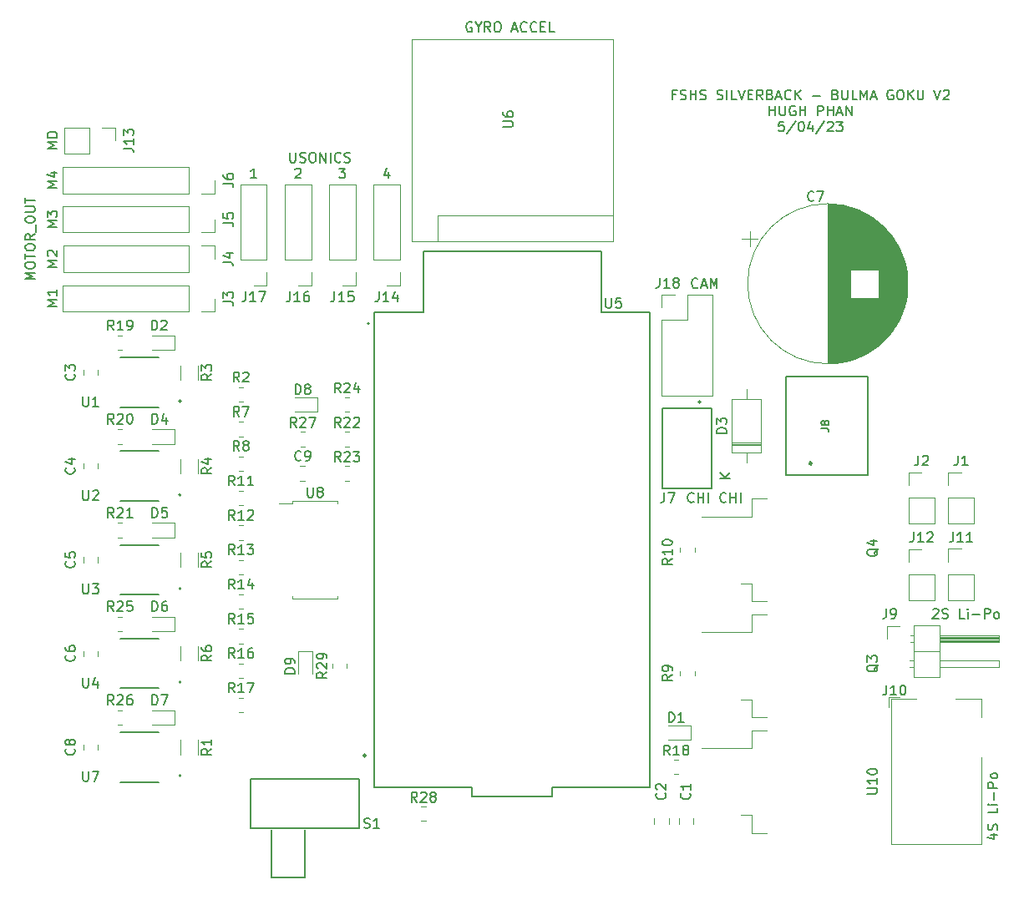
<source format=gbr>
%TF.GenerationSoftware,KiCad,Pcbnew,(6.0.9)*%
%TF.CreationDate,2023-04-06T06:38:54+10:00*%
%TF.ProjectId,Bulma,42756c6d-612e-46b6-9963-61645f706362,rev?*%
%TF.SameCoordinates,Original*%
%TF.FileFunction,Legend,Top*%
%TF.FilePolarity,Positive*%
%FSLAX46Y46*%
G04 Gerber Fmt 4.6, Leading zero omitted, Abs format (unit mm)*
G04 Created by KiCad (PCBNEW (6.0.9)) date 2023-04-06 06:38:54*
%MOMM*%
%LPD*%
G01*
G04 APERTURE LIST*
%ADD10C,0.150000*%
%ADD11C,0.127000*%
%ADD12C,0.152400*%
%ADD13C,0.200000*%
%ADD14C,0.120000*%
%ADD15C,0.280000*%
G04 APERTURE END LIST*
D10*
X197642857Y-121047619D02*
X197690476Y-121000000D01*
X197785714Y-120952380D01*
X198023809Y-120952380D01*
X198119047Y-121000000D01*
X198166666Y-121047619D01*
X198214285Y-121142857D01*
X198214285Y-121238095D01*
X198166666Y-121380952D01*
X197595238Y-121952380D01*
X198214285Y-121952380D01*
X198595238Y-121904761D02*
X198738095Y-121952380D01*
X198976190Y-121952380D01*
X199071428Y-121904761D01*
X199119047Y-121857142D01*
X199166666Y-121761904D01*
X199166666Y-121666666D01*
X199119047Y-121571428D01*
X199071428Y-121523809D01*
X198976190Y-121476190D01*
X198785714Y-121428571D01*
X198690476Y-121380952D01*
X198642857Y-121333333D01*
X198595238Y-121238095D01*
X198595238Y-121142857D01*
X198642857Y-121047619D01*
X198690476Y-121000000D01*
X198785714Y-120952380D01*
X199023809Y-120952380D01*
X199166666Y-121000000D01*
X200833333Y-121952380D02*
X200357142Y-121952380D01*
X200357142Y-120952380D01*
X201166666Y-121952380D02*
X201166666Y-121285714D01*
X201166666Y-120952380D02*
X201119047Y-121000000D01*
X201166666Y-121047619D01*
X201214285Y-121000000D01*
X201166666Y-120952380D01*
X201166666Y-121047619D01*
X201642857Y-121571428D02*
X202404761Y-121571428D01*
X202880952Y-121952380D02*
X202880952Y-120952380D01*
X203261904Y-120952380D01*
X203357142Y-121000000D01*
X203404761Y-121047619D01*
X203452380Y-121142857D01*
X203452380Y-121285714D01*
X203404761Y-121380952D01*
X203357142Y-121428571D01*
X203261904Y-121476190D01*
X202880952Y-121476190D01*
X204023809Y-121952380D02*
X203928571Y-121904761D01*
X203880952Y-121857142D01*
X203833333Y-121761904D01*
X203833333Y-121476190D01*
X203880952Y-121380952D01*
X203928571Y-121333333D01*
X204023809Y-121285714D01*
X204166666Y-121285714D01*
X204261904Y-121333333D01*
X204309523Y-121380952D01*
X204357142Y-121476190D01*
X204357142Y-121761904D01*
X204309523Y-121857142D01*
X204261904Y-121904761D01*
X204166666Y-121952380D01*
X204023809Y-121952380D01*
X203535714Y-143880952D02*
X204202380Y-143880952D01*
X203154761Y-144119047D02*
X203869047Y-144357142D01*
X203869047Y-143738095D01*
X204154761Y-143404761D02*
X204202380Y-143261904D01*
X204202380Y-143023809D01*
X204154761Y-142928571D01*
X204107142Y-142880952D01*
X204011904Y-142833333D01*
X203916666Y-142833333D01*
X203821428Y-142880952D01*
X203773809Y-142928571D01*
X203726190Y-143023809D01*
X203678571Y-143214285D01*
X203630952Y-143309523D01*
X203583333Y-143357142D01*
X203488095Y-143404761D01*
X203392857Y-143404761D01*
X203297619Y-143357142D01*
X203250000Y-143309523D01*
X203202380Y-143214285D01*
X203202380Y-142976190D01*
X203250000Y-142833333D01*
X204202380Y-141166666D02*
X204202380Y-141642857D01*
X203202380Y-141642857D01*
X204202380Y-140833333D02*
X203535714Y-140833333D01*
X203202380Y-140833333D02*
X203250000Y-140880952D01*
X203297619Y-140833333D01*
X203250000Y-140785714D01*
X203202380Y-140833333D01*
X203297619Y-140833333D01*
X203821428Y-140357142D02*
X203821428Y-139595238D01*
X204202380Y-139119047D02*
X203202380Y-139119047D01*
X203202380Y-138738095D01*
X203250000Y-138642857D01*
X203297619Y-138595238D01*
X203392857Y-138547619D01*
X203535714Y-138547619D01*
X203630952Y-138595238D01*
X203678571Y-138642857D01*
X203726190Y-138738095D01*
X203726190Y-139119047D01*
X204202380Y-137976190D02*
X204154761Y-138071428D01*
X204107142Y-138119047D01*
X204011904Y-138166666D01*
X203726190Y-138166666D01*
X203630952Y-138119047D01*
X203583333Y-138071428D01*
X203535714Y-137976190D01*
X203535714Y-137833333D01*
X203583333Y-137738095D01*
X203630952Y-137690476D01*
X203726190Y-137642857D01*
X204011904Y-137642857D01*
X204107142Y-137690476D01*
X204154761Y-137738095D01*
X204202380Y-137833333D01*
X204202380Y-137976190D01*
X129080714Y-77304880D02*
X128509285Y-77304880D01*
X128795000Y-77304880D02*
X128795000Y-76304880D01*
X128699761Y-76447738D01*
X128604523Y-76542976D01*
X128509285Y-76590595D01*
X133009285Y-76400119D02*
X133056904Y-76352500D01*
X133152142Y-76304880D01*
X133390238Y-76304880D01*
X133485476Y-76352500D01*
X133533095Y-76400119D01*
X133580714Y-76495357D01*
X133580714Y-76590595D01*
X133533095Y-76733452D01*
X132961666Y-77304880D01*
X133580714Y-77304880D01*
X171583333Y-68818571D02*
X171250000Y-68818571D01*
X171250000Y-69342380D02*
X171250000Y-68342380D01*
X171726190Y-68342380D01*
X172059523Y-69294761D02*
X172202380Y-69342380D01*
X172440476Y-69342380D01*
X172535714Y-69294761D01*
X172583333Y-69247142D01*
X172630952Y-69151904D01*
X172630952Y-69056666D01*
X172583333Y-68961428D01*
X172535714Y-68913809D01*
X172440476Y-68866190D01*
X172250000Y-68818571D01*
X172154761Y-68770952D01*
X172107142Y-68723333D01*
X172059523Y-68628095D01*
X172059523Y-68532857D01*
X172107142Y-68437619D01*
X172154761Y-68390000D01*
X172250000Y-68342380D01*
X172488095Y-68342380D01*
X172630952Y-68390000D01*
X173059523Y-69342380D02*
X173059523Y-68342380D01*
X173059523Y-68818571D02*
X173630952Y-68818571D01*
X173630952Y-69342380D02*
X173630952Y-68342380D01*
X174059523Y-69294761D02*
X174202380Y-69342380D01*
X174440476Y-69342380D01*
X174535714Y-69294761D01*
X174583333Y-69247142D01*
X174630952Y-69151904D01*
X174630952Y-69056666D01*
X174583333Y-68961428D01*
X174535714Y-68913809D01*
X174440476Y-68866190D01*
X174250000Y-68818571D01*
X174154761Y-68770952D01*
X174107142Y-68723333D01*
X174059523Y-68628095D01*
X174059523Y-68532857D01*
X174107142Y-68437619D01*
X174154761Y-68390000D01*
X174250000Y-68342380D01*
X174488095Y-68342380D01*
X174630952Y-68390000D01*
X175773809Y-69294761D02*
X175916666Y-69342380D01*
X176154761Y-69342380D01*
X176250000Y-69294761D01*
X176297619Y-69247142D01*
X176345238Y-69151904D01*
X176345238Y-69056666D01*
X176297619Y-68961428D01*
X176250000Y-68913809D01*
X176154761Y-68866190D01*
X175964285Y-68818571D01*
X175869047Y-68770952D01*
X175821428Y-68723333D01*
X175773809Y-68628095D01*
X175773809Y-68532857D01*
X175821428Y-68437619D01*
X175869047Y-68390000D01*
X175964285Y-68342380D01*
X176202380Y-68342380D01*
X176345238Y-68390000D01*
X176773809Y-69342380D02*
X176773809Y-68342380D01*
X177726190Y-69342380D02*
X177250000Y-69342380D01*
X177250000Y-68342380D01*
X177916666Y-68342380D02*
X178250000Y-69342380D01*
X178583333Y-68342380D01*
X178916666Y-68818571D02*
X179250000Y-68818571D01*
X179392857Y-69342380D02*
X178916666Y-69342380D01*
X178916666Y-68342380D01*
X179392857Y-68342380D01*
X180392857Y-69342380D02*
X180059523Y-68866190D01*
X179821428Y-69342380D02*
X179821428Y-68342380D01*
X180202380Y-68342380D01*
X180297619Y-68390000D01*
X180345238Y-68437619D01*
X180392857Y-68532857D01*
X180392857Y-68675714D01*
X180345238Y-68770952D01*
X180297619Y-68818571D01*
X180202380Y-68866190D01*
X179821428Y-68866190D01*
X181154761Y-68818571D02*
X181297619Y-68866190D01*
X181345238Y-68913809D01*
X181392857Y-69009047D01*
X181392857Y-69151904D01*
X181345238Y-69247142D01*
X181297619Y-69294761D01*
X181202380Y-69342380D01*
X180821428Y-69342380D01*
X180821428Y-68342380D01*
X181154761Y-68342380D01*
X181250000Y-68390000D01*
X181297619Y-68437619D01*
X181345238Y-68532857D01*
X181345238Y-68628095D01*
X181297619Y-68723333D01*
X181250000Y-68770952D01*
X181154761Y-68818571D01*
X180821428Y-68818571D01*
X181773809Y-69056666D02*
X182250000Y-69056666D01*
X181678571Y-69342380D02*
X182011904Y-68342380D01*
X182345238Y-69342380D01*
X183250000Y-69247142D02*
X183202380Y-69294761D01*
X183059523Y-69342380D01*
X182964285Y-69342380D01*
X182821428Y-69294761D01*
X182726190Y-69199523D01*
X182678571Y-69104285D01*
X182630952Y-68913809D01*
X182630952Y-68770952D01*
X182678571Y-68580476D01*
X182726190Y-68485238D01*
X182821428Y-68390000D01*
X182964285Y-68342380D01*
X183059523Y-68342380D01*
X183202380Y-68390000D01*
X183250000Y-68437619D01*
X183678571Y-69342380D02*
X183678571Y-68342380D01*
X184250000Y-69342380D02*
X183821428Y-68770952D01*
X184250000Y-68342380D02*
X183678571Y-68913809D01*
X185440476Y-68961428D02*
X186202380Y-68961428D01*
X187773809Y-68818571D02*
X187916666Y-68866190D01*
X187964285Y-68913809D01*
X188011904Y-69009047D01*
X188011904Y-69151904D01*
X187964285Y-69247142D01*
X187916666Y-69294761D01*
X187821428Y-69342380D01*
X187440476Y-69342380D01*
X187440476Y-68342380D01*
X187773809Y-68342380D01*
X187869047Y-68390000D01*
X187916666Y-68437619D01*
X187964285Y-68532857D01*
X187964285Y-68628095D01*
X187916666Y-68723333D01*
X187869047Y-68770952D01*
X187773809Y-68818571D01*
X187440476Y-68818571D01*
X188440476Y-68342380D02*
X188440476Y-69151904D01*
X188488095Y-69247142D01*
X188535714Y-69294761D01*
X188630952Y-69342380D01*
X188821428Y-69342380D01*
X188916666Y-69294761D01*
X188964285Y-69247142D01*
X189011904Y-69151904D01*
X189011904Y-68342380D01*
X189964285Y-69342380D02*
X189488095Y-69342380D01*
X189488095Y-68342380D01*
X190297619Y-69342380D02*
X190297619Y-68342380D01*
X190630952Y-69056666D01*
X190964285Y-68342380D01*
X190964285Y-69342380D01*
X191392857Y-69056666D02*
X191869047Y-69056666D01*
X191297619Y-69342380D02*
X191630952Y-68342380D01*
X191964285Y-69342380D01*
X193583333Y-68390000D02*
X193488095Y-68342380D01*
X193345238Y-68342380D01*
X193202380Y-68390000D01*
X193107142Y-68485238D01*
X193059523Y-68580476D01*
X193011904Y-68770952D01*
X193011904Y-68913809D01*
X193059523Y-69104285D01*
X193107142Y-69199523D01*
X193202380Y-69294761D01*
X193345238Y-69342380D01*
X193440476Y-69342380D01*
X193583333Y-69294761D01*
X193630952Y-69247142D01*
X193630952Y-68913809D01*
X193440476Y-68913809D01*
X194250000Y-68342380D02*
X194440476Y-68342380D01*
X194535714Y-68390000D01*
X194630952Y-68485238D01*
X194678571Y-68675714D01*
X194678571Y-69009047D01*
X194630952Y-69199523D01*
X194535714Y-69294761D01*
X194440476Y-69342380D01*
X194250000Y-69342380D01*
X194154761Y-69294761D01*
X194059523Y-69199523D01*
X194011904Y-69009047D01*
X194011904Y-68675714D01*
X194059523Y-68485238D01*
X194154761Y-68390000D01*
X194250000Y-68342380D01*
X195107142Y-69342380D02*
X195107142Y-68342380D01*
X195678571Y-69342380D02*
X195250000Y-68770952D01*
X195678571Y-68342380D02*
X195107142Y-68913809D01*
X196107142Y-68342380D02*
X196107142Y-69151904D01*
X196154761Y-69247142D01*
X196202380Y-69294761D01*
X196297619Y-69342380D01*
X196488095Y-69342380D01*
X196583333Y-69294761D01*
X196630952Y-69247142D01*
X196678571Y-69151904D01*
X196678571Y-68342380D01*
X197773809Y-68342380D02*
X198107142Y-69342380D01*
X198440476Y-68342380D01*
X198726190Y-68437619D02*
X198773809Y-68390000D01*
X198869047Y-68342380D01*
X199107142Y-68342380D01*
X199202380Y-68390000D01*
X199250000Y-68437619D01*
X199297619Y-68532857D01*
X199297619Y-68628095D01*
X199250000Y-68770952D01*
X198678571Y-69342380D01*
X199297619Y-69342380D01*
X181059523Y-70952380D02*
X181059523Y-69952380D01*
X181059523Y-70428571D02*
X181630952Y-70428571D01*
X181630952Y-70952380D02*
X181630952Y-69952380D01*
X182107142Y-69952380D02*
X182107142Y-70761904D01*
X182154761Y-70857142D01*
X182202380Y-70904761D01*
X182297619Y-70952380D01*
X182488095Y-70952380D01*
X182583333Y-70904761D01*
X182630952Y-70857142D01*
X182678571Y-70761904D01*
X182678571Y-69952380D01*
X183678571Y-70000000D02*
X183583333Y-69952380D01*
X183440476Y-69952380D01*
X183297619Y-70000000D01*
X183202380Y-70095238D01*
X183154761Y-70190476D01*
X183107142Y-70380952D01*
X183107142Y-70523809D01*
X183154761Y-70714285D01*
X183202380Y-70809523D01*
X183297619Y-70904761D01*
X183440476Y-70952380D01*
X183535714Y-70952380D01*
X183678571Y-70904761D01*
X183726190Y-70857142D01*
X183726190Y-70523809D01*
X183535714Y-70523809D01*
X184154761Y-70952380D02*
X184154761Y-69952380D01*
X184154761Y-70428571D02*
X184726190Y-70428571D01*
X184726190Y-70952380D02*
X184726190Y-69952380D01*
X185964285Y-70952380D02*
X185964285Y-69952380D01*
X186345238Y-69952380D01*
X186440476Y-70000000D01*
X186488095Y-70047619D01*
X186535714Y-70142857D01*
X186535714Y-70285714D01*
X186488095Y-70380952D01*
X186440476Y-70428571D01*
X186345238Y-70476190D01*
X185964285Y-70476190D01*
X186964285Y-70952380D02*
X186964285Y-69952380D01*
X186964285Y-70428571D02*
X187535714Y-70428571D01*
X187535714Y-70952380D02*
X187535714Y-69952380D01*
X187964285Y-70666666D02*
X188440476Y-70666666D01*
X187869047Y-70952380D02*
X188202380Y-69952380D01*
X188535714Y-70952380D01*
X188869047Y-70952380D02*
X188869047Y-69952380D01*
X189440476Y-70952380D01*
X189440476Y-69952380D01*
X182535714Y-71562380D02*
X182059523Y-71562380D01*
X182011904Y-72038571D01*
X182059523Y-71990952D01*
X182154761Y-71943333D01*
X182392857Y-71943333D01*
X182488095Y-71990952D01*
X182535714Y-72038571D01*
X182583333Y-72133809D01*
X182583333Y-72371904D01*
X182535714Y-72467142D01*
X182488095Y-72514761D01*
X182392857Y-72562380D01*
X182154761Y-72562380D01*
X182059523Y-72514761D01*
X182011904Y-72467142D01*
X183726190Y-71514761D02*
X182869047Y-72800476D01*
X184250000Y-71562380D02*
X184345238Y-71562380D01*
X184440476Y-71610000D01*
X184488095Y-71657619D01*
X184535714Y-71752857D01*
X184583333Y-71943333D01*
X184583333Y-72181428D01*
X184535714Y-72371904D01*
X184488095Y-72467142D01*
X184440476Y-72514761D01*
X184345238Y-72562380D01*
X184250000Y-72562380D01*
X184154761Y-72514761D01*
X184107142Y-72467142D01*
X184059523Y-72371904D01*
X184011904Y-72181428D01*
X184011904Y-71943333D01*
X184059523Y-71752857D01*
X184107142Y-71657619D01*
X184154761Y-71610000D01*
X184250000Y-71562380D01*
X185440476Y-71895714D02*
X185440476Y-72562380D01*
X185202380Y-71514761D02*
X184964285Y-72229047D01*
X185583333Y-72229047D01*
X186678571Y-71514761D02*
X185821428Y-72800476D01*
X186964285Y-71657619D02*
X187011904Y-71610000D01*
X187107142Y-71562380D01*
X187345238Y-71562380D01*
X187440476Y-71610000D01*
X187488095Y-71657619D01*
X187535714Y-71752857D01*
X187535714Y-71848095D01*
X187488095Y-71990952D01*
X186916666Y-72562380D01*
X187535714Y-72562380D01*
X187869047Y-71562380D02*
X188488095Y-71562380D01*
X188154761Y-71943333D01*
X188297619Y-71943333D01*
X188392857Y-71990952D01*
X188440476Y-72038571D01*
X188488095Y-72133809D01*
X188488095Y-72371904D01*
X188440476Y-72467142D01*
X188392857Y-72514761D01*
X188297619Y-72562380D01*
X188011904Y-72562380D01*
X187916666Y-72514761D01*
X187869047Y-72467142D01*
X137461666Y-76304880D02*
X138080714Y-76304880D01*
X137747380Y-76685833D01*
X137890238Y-76685833D01*
X137985476Y-76733452D01*
X138033095Y-76781071D01*
X138080714Y-76876309D01*
X138080714Y-77114404D01*
X138033095Y-77209642D01*
X137985476Y-77257261D01*
X137890238Y-77304880D01*
X137604523Y-77304880D01*
X137509285Y-77257261D01*
X137461666Y-77209642D01*
X108877380Y-86284523D02*
X107877380Y-86284523D01*
X108591666Y-85951190D01*
X107877380Y-85617857D01*
X108877380Y-85617857D01*
X107972619Y-85189285D02*
X107925000Y-85141666D01*
X107877380Y-85046428D01*
X107877380Y-84808333D01*
X107925000Y-84713095D01*
X107972619Y-84665476D01*
X108067857Y-84617857D01*
X108163095Y-84617857D01*
X108305952Y-84665476D01*
X108877380Y-85236904D01*
X108877380Y-84617857D01*
X108877380Y-78284523D02*
X107877380Y-78284523D01*
X108591666Y-77951190D01*
X107877380Y-77617857D01*
X108877380Y-77617857D01*
X108210714Y-76713095D02*
X108877380Y-76713095D01*
X107829761Y-76951190D02*
X108544047Y-77189285D01*
X108544047Y-76570238D01*
X108877380Y-74308333D02*
X107877380Y-74308333D01*
X108591666Y-73975000D01*
X107877380Y-73641666D01*
X108877380Y-73641666D01*
X108877380Y-73165476D02*
X107877380Y-73165476D01*
X107877380Y-72927380D01*
X107925000Y-72784523D01*
X108020238Y-72689285D01*
X108115476Y-72641666D01*
X108305952Y-72594047D01*
X108448809Y-72594047D01*
X108639285Y-72641666D01*
X108734523Y-72689285D01*
X108829761Y-72784523D01*
X108877380Y-72927380D01*
X108877380Y-73165476D01*
X150892857Y-61500000D02*
X150797619Y-61452380D01*
X150654761Y-61452380D01*
X150511904Y-61500000D01*
X150416666Y-61595238D01*
X150369047Y-61690476D01*
X150321428Y-61880952D01*
X150321428Y-62023809D01*
X150369047Y-62214285D01*
X150416666Y-62309523D01*
X150511904Y-62404761D01*
X150654761Y-62452380D01*
X150750000Y-62452380D01*
X150892857Y-62404761D01*
X150940476Y-62357142D01*
X150940476Y-62023809D01*
X150750000Y-62023809D01*
X151559523Y-61976190D02*
X151559523Y-62452380D01*
X151226190Y-61452380D02*
X151559523Y-61976190D01*
X151892857Y-61452380D01*
X152797619Y-62452380D02*
X152464285Y-61976190D01*
X152226190Y-62452380D02*
X152226190Y-61452380D01*
X152607142Y-61452380D01*
X152702380Y-61500000D01*
X152750000Y-61547619D01*
X152797619Y-61642857D01*
X152797619Y-61785714D01*
X152750000Y-61880952D01*
X152702380Y-61928571D01*
X152607142Y-61976190D01*
X152226190Y-61976190D01*
X153416666Y-61452380D02*
X153607142Y-61452380D01*
X153702380Y-61500000D01*
X153797619Y-61595238D01*
X153845238Y-61785714D01*
X153845238Y-62119047D01*
X153797619Y-62309523D01*
X153702380Y-62404761D01*
X153607142Y-62452380D01*
X153416666Y-62452380D01*
X153321428Y-62404761D01*
X153226190Y-62309523D01*
X153178571Y-62119047D01*
X153178571Y-61785714D01*
X153226190Y-61595238D01*
X153321428Y-61500000D01*
X153416666Y-61452380D01*
X154988095Y-62166666D02*
X155464285Y-62166666D01*
X154892857Y-62452380D02*
X155226190Y-61452380D01*
X155559523Y-62452380D01*
X156464285Y-62357142D02*
X156416666Y-62404761D01*
X156273809Y-62452380D01*
X156178571Y-62452380D01*
X156035714Y-62404761D01*
X155940476Y-62309523D01*
X155892857Y-62214285D01*
X155845238Y-62023809D01*
X155845238Y-61880952D01*
X155892857Y-61690476D01*
X155940476Y-61595238D01*
X156035714Y-61500000D01*
X156178571Y-61452380D01*
X156273809Y-61452380D01*
X156416666Y-61500000D01*
X156464285Y-61547619D01*
X157464285Y-62357142D02*
X157416666Y-62404761D01*
X157273809Y-62452380D01*
X157178571Y-62452380D01*
X157035714Y-62404761D01*
X156940476Y-62309523D01*
X156892857Y-62214285D01*
X156845238Y-62023809D01*
X156845238Y-61880952D01*
X156892857Y-61690476D01*
X156940476Y-61595238D01*
X157035714Y-61500000D01*
X157178571Y-61452380D01*
X157273809Y-61452380D01*
X157416666Y-61500000D01*
X157464285Y-61547619D01*
X157892857Y-61928571D02*
X158226190Y-61928571D01*
X158369047Y-62452380D02*
X157892857Y-62452380D01*
X157892857Y-61452380D01*
X158369047Y-61452380D01*
X159273809Y-62452380D02*
X158797619Y-62452380D01*
X158797619Y-61452380D01*
X108877380Y-82284523D02*
X107877380Y-82284523D01*
X108591666Y-81951190D01*
X107877380Y-81617857D01*
X108877380Y-81617857D01*
X107877380Y-81236904D02*
X107877380Y-80617857D01*
X108258333Y-80951190D01*
X108258333Y-80808333D01*
X108305952Y-80713095D01*
X108353571Y-80665476D01*
X108448809Y-80617857D01*
X108686904Y-80617857D01*
X108782142Y-80665476D01*
X108829761Y-80713095D01*
X108877380Y-80808333D01*
X108877380Y-81094047D01*
X108829761Y-81189285D01*
X108782142Y-81236904D01*
X142485476Y-76638214D02*
X142485476Y-77304880D01*
X142247380Y-76257261D02*
X142009285Y-76971547D01*
X142628333Y-76971547D01*
X106627380Y-87546428D02*
X105627380Y-87546428D01*
X106341666Y-87213095D01*
X105627380Y-86879761D01*
X106627380Y-86879761D01*
X105627380Y-86213095D02*
X105627380Y-86022619D01*
X105675000Y-85927380D01*
X105770238Y-85832142D01*
X105960714Y-85784523D01*
X106294047Y-85784523D01*
X106484523Y-85832142D01*
X106579761Y-85927380D01*
X106627380Y-86022619D01*
X106627380Y-86213095D01*
X106579761Y-86308333D01*
X106484523Y-86403571D01*
X106294047Y-86451190D01*
X105960714Y-86451190D01*
X105770238Y-86403571D01*
X105675000Y-86308333D01*
X105627380Y-86213095D01*
X105627380Y-85498809D02*
X105627380Y-84927380D01*
X106627380Y-85213095D02*
X105627380Y-85213095D01*
X105627380Y-84403571D02*
X105627380Y-84213095D01*
X105675000Y-84117857D01*
X105770238Y-84022619D01*
X105960714Y-83975000D01*
X106294047Y-83975000D01*
X106484523Y-84022619D01*
X106579761Y-84117857D01*
X106627380Y-84213095D01*
X106627380Y-84403571D01*
X106579761Y-84498809D01*
X106484523Y-84594047D01*
X106294047Y-84641666D01*
X105960714Y-84641666D01*
X105770238Y-84594047D01*
X105675000Y-84498809D01*
X105627380Y-84403571D01*
X106627380Y-82975000D02*
X106151190Y-83308333D01*
X106627380Y-83546428D02*
X105627380Y-83546428D01*
X105627380Y-83165476D01*
X105675000Y-83070238D01*
X105722619Y-83022619D01*
X105817857Y-82975000D01*
X105960714Y-82975000D01*
X106055952Y-83022619D01*
X106103571Y-83070238D01*
X106151190Y-83165476D01*
X106151190Y-83546428D01*
X106722619Y-82784523D02*
X106722619Y-82022619D01*
X105627380Y-81594047D02*
X105627380Y-81403571D01*
X105675000Y-81308333D01*
X105770238Y-81213095D01*
X105960714Y-81165476D01*
X106294047Y-81165476D01*
X106484523Y-81213095D01*
X106579761Y-81308333D01*
X106627380Y-81403571D01*
X106627380Y-81594047D01*
X106579761Y-81689285D01*
X106484523Y-81784523D01*
X106294047Y-81832142D01*
X105960714Y-81832142D01*
X105770238Y-81784523D01*
X105675000Y-81689285D01*
X105627380Y-81594047D01*
X105627380Y-80736904D02*
X106436904Y-80736904D01*
X106532142Y-80689285D01*
X106579761Y-80641666D01*
X106627380Y-80546428D01*
X106627380Y-80355952D01*
X106579761Y-80260714D01*
X106532142Y-80213095D01*
X106436904Y-80165476D01*
X105627380Y-80165476D01*
X105627380Y-79832142D02*
X105627380Y-79260714D01*
X106627380Y-79546428D02*
X105627380Y-79546428D01*
X173809523Y-88357142D02*
X173761904Y-88404761D01*
X173619047Y-88452380D01*
X173523809Y-88452380D01*
X173380952Y-88404761D01*
X173285714Y-88309523D01*
X173238095Y-88214285D01*
X173190476Y-88023809D01*
X173190476Y-87880952D01*
X173238095Y-87690476D01*
X173285714Y-87595238D01*
X173380952Y-87500000D01*
X173523809Y-87452380D01*
X173619047Y-87452380D01*
X173761904Y-87500000D01*
X173809523Y-87547619D01*
X174190476Y-88166666D02*
X174666666Y-88166666D01*
X174095238Y-88452380D02*
X174428571Y-87452380D01*
X174761904Y-88452380D01*
X175095238Y-88452380D02*
X175095238Y-87452380D01*
X175428571Y-88166666D01*
X175761904Y-87452380D01*
X175761904Y-88452380D01*
X108877380Y-90284523D02*
X107877380Y-90284523D01*
X108591666Y-89951190D01*
X107877380Y-89617857D01*
X108877380Y-89617857D01*
X108877380Y-88617857D02*
X108877380Y-89189285D01*
X108877380Y-88903571D02*
X107877380Y-88903571D01*
X108020238Y-88998809D01*
X108115476Y-89094047D01*
X108163095Y-89189285D01*
X173404761Y-110107142D02*
X173357142Y-110154761D01*
X173214285Y-110202380D01*
X173119047Y-110202380D01*
X172976190Y-110154761D01*
X172880952Y-110059523D01*
X172833333Y-109964285D01*
X172785714Y-109773809D01*
X172785714Y-109630952D01*
X172833333Y-109440476D01*
X172880952Y-109345238D01*
X172976190Y-109250000D01*
X173119047Y-109202380D01*
X173214285Y-109202380D01*
X173357142Y-109250000D01*
X173404761Y-109297619D01*
X173833333Y-110202380D02*
X173833333Y-109202380D01*
X173833333Y-109678571D02*
X174404761Y-109678571D01*
X174404761Y-110202380D02*
X174404761Y-109202380D01*
X174880952Y-110202380D02*
X174880952Y-109202380D01*
X176690476Y-110107142D02*
X176642857Y-110154761D01*
X176500000Y-110202380D01*
X176404761Y-110202380D01*
X176261904Y-110154761D01*
X176166666Y-110059523D01*
X176119047Y-109964285D01*
X176071428Y-109773809D01*
X176071428Y-109630952D01*
X176119047Y-109440476D01*
X176166666Y-109345238D01*
X176261904Y-109250000D01*
X176404761Y-109202380D01*
X176500000Y-109202380D01*
X176642857Y-109250000D01*
X176690476Y-109297619D01*
X177119047Y-110202380D02*
X177119047Y-109202380D01*
X177119047Y-109678571D02*
X177690476Y-109678571D01*
X177690476Y-110202380D02*
X177690476Y-109202380D01*
X178166666Y-110202380D02*
X178166666Y-109202380D01*
X132476190Y-74702380D02*
X132476190Y-75511904D01*
X132523809Y-75607142D01*
X132571428Y-75654761D01*
X132666666Y-75702380D01*
X132857142Y-75702380D01*
X132952380Y-75654761D01*
X133000000Y-75607142D01*
X133047619Y-75511904D01*
X133047619Y-74702380D01*
X133476190Y-75654761D02*
X133619047Y-75702380D01*
X133857142Y-75702380D01*
X133952380Y-75654761D01*
X134000000Y-75607142D01*
X134047619Y-75511904D01*
X134047619Y-75416666D01*
X134000000Y-75321428D01*
X133952380Y-75273809D01*
X133857142Y-75226190D01*
X133666666Y-75178571D01*
X133571428Y-75130952D01*
X133523809Y-75083333D01*
X133476190Y-74988095D01*
X133476190Y-74892857D01*
X133523809Y-74797619D01*
X133571428Y-74750000D01*
X133666666Y-74702380D01*
X133904761Y-74702380D01*
X134047619Y-74750000D01*
X134666666Y-74702380D02*
X134857142Y-74702380D01*
X134952380Y-74750000D01*
X135047619Y-74845238D01*
X135095238Y-75035714D01*
X135095238Y-75369047D01*
X135047619Y-75559523D01*
X134952380Y-75654761D01*
X134857142Y-75702380D01*
X134666666Y-75702380D01*
X134571428Y-75654761D01*
X134476190Y-75559523D01*
X134428571Y-75369047D01*
X134428571Y-75035714D01*
X134476190Y-74845238D01*
X134571428Y-74750000D01*
X134666666Y-74702380D01*
X135523809Y-75702380D02*
X135523809Y-74702380D01*
X136095238Y-75702380D01*
X136095238Y-74702380D01*
X136571428Y-75702380D02*
X136571428Y-74702380D01*
X137619047Y-75607142D02*
X137571428Y-75654761D01*
X137428571Y-75702380D01*
X137333333Y-75702380D01*
X137190476Y-75654761D01*
X137095238Y-75559523D01*
X137047619Y-75464285D01*
X137000000Y-75273809D01*
X137000000Y-75130952D01*
X137047619Y-74940476D01*
X137095238Y-74845238D01*
X137190476Y-74750000D01*
X137333333Y-74702380D01*
X137428571Y-74702380D01*
X137571428Y-74750000D01*
X137619047Y-74797619D01*
X138000000Y-75654761D02*
X138142857Y-75702380D01*
X138380952Y-75702380D01*
X138476190Y-75654761D01*
X138523809Y-75607142D01*
X138571428Y-75511904D01*
X138571428Y-75416666D01*
X138523809Y-75321428D01*
X138476190Y-75273809D01*
X138380952Y-75226190D01*
X138190476Y-75178571D01*
X138095238Y-75130952D01*
X138047619Y-75083333D01*
X138000000Y-74988095D01*
X138000000Y-74892857D01*
X138047619Y-74797619D01*
X138095238Y-74750000D01*
X138190476Y-74702380D01*
X138428571Y-74702380D01*
X138571428Y-74750000D01*
%TO.C,S1*%
X139986913Y-143155389D02*
X140129992Y-143203082D01*
X140368456Y-143203082D01*
X140463842Y-143155389D01*
X140511535Y-143107696D01*
X140559228Y-143012310D01*
X140559228Y-142916925D01*
X140511535Y-142821539D01*
X140463842Y-142773846D01*
X140368456Y-142726153D01*
X140177685Y-142678460D01*
X140082299Y-142630767D01*
X140034606Y-142583074D01*
X139986913Y-142487689D01*
X139986913Y-142392303D01*
X140034606Y-142296917D01*
X140082299Y-142249224D01*
X140177685Y-142201531D01*
X140416149Y-142201531D01*
X140559228Y-142249224D01*
X141513086Y-143203082D02*
X140940771Y-143203082D01*
X141226929Y-143203082D02*
X141226929Y-142201531D01*
X141131543Y-142344610D01*
X141036157Y-142439996D01*
X140940771Y-142487689D01*
%TO.C,U10*%
X191002380Y-139713095D02*
X191811904Y-139713095D01*
X191907142Y-139665476D01*
X191954761Y-139617857D01*
X192002380Y-139522619D01*
X192002380Y-139332142D01*
X191954761Y-139236904D01*
X191907142Y-139189285D01*
X191811904Y-139141666D01*
X191002380Y-139141666D01*
X192002380Y-138141666D02*
X192002380Y-138713095D01*
X192002380Y-138427380D02*
X191002380Y-138427380D01*
X191145238Y-138522619D01*
X191240476Y-138617857D01*
X191288095Y-138713095D01*
X191002380Y-137522619D02*
X191002380Y-137427380D01*
X191050000Y-137332142D01*
X191097619Y-137284523D01*
X191192857Y-137236904D01*
X191383333Y-137189285D01*
X191621428Y-137189285D01*
X191811904Y-137236904D01*
X191907142Y-137284523D01*
X191954761Y-137332142D01*
X192002380Y-137427380D01*
X192002380Y-137522619D01*
X191954761Y-137617857D01*
X191907142Y-137665476D01*
X191811904Y-137713095D01*
X191621428Y-137760714D01*
X191383333Y-137760714D01*
X191192857Y-137713095D01*
X191097619Y-137665476D01*
X191050000Y-137617857D01*
X191002380Y-137522619D01*
%TO.C,R16*%
X126857142Y-125952380D02*
X126523809Y-125476190D01*
X126285714Y-125952380D02*
X126285714Y-124952380D01*
X126666666Y-124952380D01*
X126761904Y-125000000D01*
X126809523Y-125047619D01*
X126857142Y-125142857D01*
X126857142Y-125285714D01*
X126809523Y-125380952D01*
X126761904Y-125428571D01*
X126666666Y-125476190D01*
X126285714Y-125476190D01*
X127809523Y-125952380D02*
X127238095Y-125952380D01*
X127523809Y-125952380D02*
X127523809Y-124952380D01*
X127428571Y-125095238D01*
X127333333Y-125190476D01*
X127238095Y-125238095D01*
X128666666Y-124952380D02*
X128476190Y-124952380D01*
X128380952Y-125000000D01*
X128333333Y-125047619D01*
X128238095Y-125190476D01*
X128190476Y-125380952D01*
X128190476Y-125761904D01*
X128238095Y-125857142D01*
X128285714Y-125904761D01*
X128380952Y-125952380D01*
X128571428Y-125952380D01*
X128666666Y-125904761D01*
X128714285Y-125857142D01*
X128761904Y-125761904D01*
X128761904Y-125523809D01*
X128714285Y-125428571D01*
X128666666Y-125380952D01*
X128571428Y-125333333D01*
X128380952Y-125333333D01*
X128285714Y-125380952D01*
X128238095Y-125428571D01*
X128190476Y-125523809D01*
%TO.C,J15*%
X136985476Y-88804880D02*
X136985476Y-89519166D01*
X136937857Y-89662023D01*
X136842619Y-89757261D01*
X136699761Y-89804880D01*
X136604523Y-89804880D01*
X137985476Y-89804880D02*
X137414047Y-89804880D01*
X137699761Y-89804880D02*
X137699761Y-88804880D01*
X137604523Y-88947738D01*
X137509285Y-89042976D01*
X137414047Y-89090595D01*
X138890238Y-88804880D02*
X138414047Y-88804880D01*
X138366428Y-89281071D01*
X138414047Y-89233452D01*
X138509285Y-89185833D01*
X138747380Y-89185833D01*
X138842619Y-89233452D01*
X138890238Y-89281071D01*
X138937857Y-89376309D01*
X138937857Y-89614404D01*
X138890238Y-89709642D01*
X138842619Y-89757261D01*
X138747380Y-89804880D01*
X138509285Y-89804880D01*
X138414047Y-89757261D01*
X138366428Y-89709642D01*
%TO.C,C2*%
X170482142Y-139666666D02*
X170529761Y-139714285D01*
X170577380Y-139857142D01*
X170577380Y-139952380D01*
X170529761Y-140095238D01*
X170434523Y-140190476D01*
X170339285Y-140238095D01*
X170148809Y-140285714D01*
X170005952Y-140285714D01*
X169815476Y-140238095D01*
X169720238Y-140190476D01*
X169625000Y-140095238D01*
X169577380Y-139952380D01*
X169577380Y-139857142D01*
X169625000Y-139714285D01*
X169672619Y-139666666D01*
X169672619Y-139285714D02*
X169625000Y-139238095D01*
X169577380Y-139142857D01*
X169577380Y-138904761D01*
X169625000Y-138809523D01*
X169672619Y-138761904D01*
X169767857Y-138714285D01*
X169863095Y-138714285D01*
X170005952Y-138761904D01*
X170577380Y-139333333D01*
X170577380Y-138714285D01*
%TO.C,C8*%
X110607142Y-135166666D02*
X110654761Y-135214285D01*
X110702380Y-135357142D01*
X110702380Y-135452380D01*
X110654761Y-135595238D01*
X110559523Y-135690476D01*
X110464285Y-135738095D01*
X110273809Y-135785714D01*
X110130952Y-135785714D01*
X109940476Y-135738095D01*
X109845238Y-135690476D01*
X109750000Y-135595238D01*
X109702380Y-135452380D01*
X109702380Y-135357142D01*
X109750000Y-135214285D01*
X109797619Y-135166666D01*
X110130952Y-134595238D02*
X110083333Y-134690476D01*
X110035714Y-134738095D01*
X109940476Y-134785714D01*
X109892857Y-134785714D01*
X109797619Y-134738095D01*
X109750000Y-134690476D01*
X109702380Y-134595238D01*
X109702380Y-134404761D01*
X109750000Y-134309523D01*
X109797619Y-134261904D01*
X109892857Y-134214285D01*
X109940476Y-134214285D01*
X110035714Y-134261904D01*
X110083333Y-134309523D01*
X110130952Y-134404761D01*
X110130952Y-134595238D01*
X110178571Y-134690476D01*
X110226190Y-134738095D01*
X110321428Y-134785714D01*
X110511904Y-134785714D01*
X110607142Y-134738095D01*
X110654761Y-134690476D01*
X110702380Y-134595238D01*
X110702380Y-134404761D01*
X110654761Y-134309523D01*
X110607142Y-134261904D01*
X110511904Y-134214285D01*
X110321428Y-134214285D01*
X110226190Y-134261904D01*
X110178571Y-134309523D01*
X110130952Y-134404761D01*
%TO.C,J13*%
X115627380Y-74284523D02*
X116341666Y-74284523D01*
X116484523Y-74332142D01*
X116579761Y-74427380D01*
X116627380Y-74570238D01*
X116627380Y-74665476D01*
X116627380Y-73284523D02*
X116627380Y-73855952D01*
X116627380Y-73570238D02*
X115627380Y-73570238D01*
X115770238Y-73665476D01*
X115865476Y-73760714D01*
X115913095Y-73855952D01*
X115627380Y-72951190D02*
X115627380Y-72332142D01*
X116008333Y-72665476D01*
X116008333Y-72522619D01*
X116055952Y-72427380D01*
X116103571Y-72379761D01*
X116198809Y-72332142D01*
X116436904Y-72332142D01*
X116532142Y-72379761D01*
X116579761Y-72427380D01*
X116627380Y-72522619D01*
X116627380Y-72808333D01*
X116579761Y-72903571D01*
X116532142Y-72951190D01*
%TO.C,R23*%
X137607142Y-106052380D02*
X137273809Y-105576190D01*
X137035714Y-106052380D02*
X137035714Y-105052380D01*
X137416666Y-105052380D01*
X137511904Y-105100000D01*
X137559523Y-105147619D01*
X137607142Y-105242857D01*
X137607142Y-105385714D01*
X137559523Y-105480952D01*
X137511904Y-105528571D01*
X137416666Y-105576190D01*
X137035714Y-105576190D01*
X137988095Y-105147619D02*
X138035714Y-105100000D01*
X138130952Y-105052380D01*
X138369047Y-105052380D01*
X138464285Y-105100000D01*
X138511904Y-105147619D01*
X138559523Y-105242857D01*
X138559523Y-105338095D01*
X138511904Y-105480952D01*
X137940476Y-106052380D01*
X138559523Y-106052380D01*
X138892857Y-105052380D02*
X139511904Y-105052380D01*
X139178571Y-105433333D01*
X139321428Y-105433333D01*
X139416666Y-105480952D01*
X139464285Y-105528571D01*
X139511904Y-105623809D01*
X139511904Y-105861904D01*
X139464285Y-105957142D01*
X139416666Y-106004761D01*
X139321428Y-106052380D01*
X139035714Y-106052380D01*
X138940476Y-106004761D01*
X138892857Y-105957142D01*
%TO.C,C1*%
X172982142Y-139666666D02*
X173029761Y-139714285D01*
X173077380Y-139857142D01*
X173077380Y-139952380D01*
X173029761Y-140095238D01*
X172934523Y-140190476D01*
X172839285Y-140238095D01*
X172648809Y-140285714D01*
X172505952Y-140285714D01*
X172315476Y-140238095D01*
X172220238Y-140190476D01*
X172125000Y-140095238D01*
X172077380Y-139952380D01*
X172077380Y-139857142D01*
X172125000Y-139714285D01*
X172172619Y-139666666D01*
X173077380Y-138714285D02*
X173077380Y-139285714D01*
X173077380Y-139000000D02*
X172077380Y-139000000D01*
X172220238Y-139095238D01*
X172315476Y-139190476D01*
X172363095Y-139285714D01*
%TO.C,C7*%
X185570579Y-79527142D02*
X185522960Y-79574761D01*
X185380103Y-79622380D01*
X185284865Y-79622380D01*
X185142007Y-79574761D01*
X185046769Y-79479523D01*
X184999150Y-79384285D01*
X184951531Y-79193809D01*
X184951531Y-79050952D01*
X184999150Y-78860476D01*
X185046769Y-78765238D01*
X185142007Y-78670000D01*
X185284865Y-78622380D01*
X185380103Y-78622380D01*
X185522960Y-78670000D01*
X185570579Y-78717619D01*
X185903912Y-78622380D02*
X186570579Y-78622380D01*
X186142007Y-79622380D01*
%TO.C,J9*%
X192916666Y-120952380D02*
X192916666Y-121666666D01*
X192869047Y-121809523D01*
X192773809Y-121904761D01*
X192630952Y-121952380D01*
X192535714Y-121952380D01*
X193440476Y-121952380D02*
X193630952Y-121952380D01*
X193726190Y-121904761D01*
X193773809Y-121857142D01*
X193869047Y-121714285D01*
X193916666Y-121523809D01*
X193916666Y-121142857D01*
X193869047Y-121047619D01*
X193821428Y-121000000D01*
X193726190Y-120952380D01*
X193535714Y-120952380D01*
X193440476Y-121000000D01*
X193392857Y-121047619D01*
X193345238Y-121142857D01*
X193345238Y-121380952D01*
X193392857Y-121476190D01*
X193440476Y-121523809D01*
X193535714Y-121571428D01*
X193726190Y-121571428D01*
X193821428Y-121523809D01*
X193869047Y-121476190D01*
X193916666Y-121380952D01*
%TO.C,U2*%
X111488095Y-108952380D02*
X111488095Y-109761904D01*
X111535714Y-109857142D01*
X111583333Y-109904761D01*
X111678571Y-109952380D01*
X111869047Y-109952380D01*
X111964285Y-109904761D01*
X112011904Y-109857142D01*
X112059523Y-109761904D01*
X112059523Y-108952380D01*
X112488095Y-109047619D02*
X112535714Y-109000000D01*
X112630952Y-108952380D01*
X112869047Y-108952380D01*
X112964285Y-109000000D01*
X113011904Y-109047619D01*
X113059523Y-109142857D01*
X113059523Y-109238095D01*
X113011904Y-109380952D01*
X112440476Y-109952380D01*
X113059523Y-109952380D01*
%TO.C,C9*%
X133583333Y-105857142D02*
X133535714Y-105904761D01*
X133392857Y-105952380D01*
X133297619Y-105952380D01*
X133154761Y-105904761D01*
X133059523Y-105809523D01*
X133011904Y-105714285D01*
X132964285Y-105523809D01*
X132964285Y-105380952D01*
X133011904Y-105190476D01*
X133059523Y-105095238D01*
X133154761Y-105000000D01*
X133297619Y-104952380D01*
X133392857Y-104952380D01*
X133535714Y-105000000D01*
X133583333Y-105047619D01*
X134059523Y-105952380D02*
X134250000Y-105952380D01*
X134345238Y-105904761D01*
X134392857Y-105857142D01*
X134488095Y-105714285D01*
X134535714Y-105523809D01*
X134535714Y-105142857D01*
X134488095Y-105047619D01*
X134440476Y-105000000D01*
X134345238Y-104952380D01*
X134154761Y-104952380D01*
X134059523Y-105000000D01*
X134011904Y-105047619D01*
X133964285Y-105142857D01*
X133964285Y-105380952D01*
X134011904Y-105476190D01*
X134059523Y-105523809D01*
X134154761Y-105571428D01*
X134345238Y-105571428D01*
X134440476Y-105523809D01*
X134488095Y-105476190D01*
X134535714Y-105380952D01*
%TO.C,R3*%
X124522380Y-97166666D02*
X124046190Y-97500000D01*
X124522380Y-97738095D02*
X123522380Y-97738095D01*
X123522380Y-97357142D01*
X123570000Y-97261904D01*
X123617619Y-97214285D01*
X123712857Y-97166666D01*
X123855714Y-97166666D01*
X123950952Y-97214285D01*
X123998571Y-97261904D01*
X124046190Y-97357142D01*
X124046190Y-97738095D01*
X123522380Y-96833333D02*
X123522380Y-96214285D01*
X123903333Y-96547619D01*
X123903333Y-96404761D01*
X123950952Y-96309523D01*
X123998571Y-96261904D01*
X124093809Y-96214285D01*
X124331904Y-96214285D01*
X124427142Y-96261904D01*
X124474761Y-96309523D01*
X124522380Y-96404761D01*
X124522380Y-96690476D01*
X124474761Y-96785714D01*
X124427142Y-96833333D01*
%TO.C,R14*%
X126857142Y-118952380D02*
X126523809Y-118476190D01*
X126285714Y-118952380D02*
X126285714Y-117952380D01*
X126666666Y-117952380D01*
X126761904Y-118000000D01*
X126809523Y-118047619D01*
X126857142Y-118142857D01*
X126857142Y-118285714D01*
X126809523Y-118380952D01*
X126761904Y-118428571D01*
X126666666Y-118476190D01*
X126285714Y-118476190D01*
X127809523Y-118952380D02*
X127238095Y-118952380D01*
X127523809Y-118952380D02*
X127523809Y-117952380D01*
X127428571Y-118095238D01*
X127333333Y-118190476D01*
X127238095Y-118238095D01*
X128666666Y-118285714D02*
X128666666Y-118952380D01*
X128428571Y-117904761D02*
X128190476Y-118619047D01*
X128809523Y-118619047D01*
%TO.C,R28*%
X145357142Y-140552380D02*
X145023809Y-140076190D01*
X144785714Y-140552380D02*
X144785714Y-139552380D01*
X145166666Y-139552380D01*
X145261904Y-139600000D01*
X145309523Y-139647619D01*
X145357142Y-139742857D01*
X145357142Y-139885714D01*
X145309523Y-139980952D01*
X145261904Y-140028571D01*
X145166666Y-140076190D01*
X144785714Y-140076190D01*
X145738095Y-139647619D02*
X145785714Y-139600000D01*
X145880952Y-139552380D01*
X146119047Y-139552380D01*
X146214285Y-139600000D01*
X146261904Y-139647619D01*
X146309523Y-139742857D01*
X146309523Y-139838095D01*
X146261904Y-139980952D01*
X145690476Y-140552380D01*
X146309523Y-140552380D01*
X146880952Y-139980952D02*
X146785714Y-139933333D01*
X146738095Y-139885714D01*
X146690476Y-139790476D01*
X146690476Y-139742857D01*
X146738095Y-139647619D01*
X146785714Y-139600000D01*
X146880952Y-139552380D01*
X147071428Y-139552380D01*
X147166666Y-139600000D01*
X147214285Y-139647619D01*
X147261904Y-139742857D01*
X147261904Y-139790476D01*
X147214285Y-139885714D01*
X147166666Y-139933333D01*
X147071428Y-139980952D01*
X146880952Y-139980952D01*
X146785714Y-140028571D01*
X146738095Y-140076190D01*
X146690476Y-140171428D01*
X146690476Y-140361904D01*
X146738095Y-140457142D01*
X146785714Y-140504761D01*
X146880952Y-140552380D01*
X147071428Y-140552380D01*
X147166666Y-140504761D01*
X147214285Y-140457142D01*
X147261904Y-140361904D01*
X147261904Y-140171428D01*
X147214285Y-140076190D01*
X147166666Y-140028571D01*
X147071428Y-139980952D01*
%TO.C,J1*%
X200166666Y-105427380D02*
X200166666Y-106141666D01*
X200119047Y-106284523D01*
X200023809Y-106379761D01*
X199880952Y-106427380D01*
X199785714Y-106427380D01*
X201166666Y-106427380D02*
X200595238Y-106427380D01*
X200880952Y-106427380D02*
X200880952Y-105427380D01*
X200785714Y-105570238D01*
X200690476Y-105665476D01*
X200595238Y-105713095D01*
%TO.C,R27*%
X133107142Y-102552380D02*
X132773809Y-102076190D01*
X132535714Y-102552380D02*
X132535714Y-101552380D01*
X132916666Y-101552380D01*
X133011904Y-101600000D01*
X133059523Y-101647619D01*
X133107142Y-101742857D01*
X133107142Y-101885714D01*
X133059523Y-101980952D01*
X133011904Y-102028571D01*
X132916666Y-102076190D01*
X132535714Y-102076190D01*
X133488095Y-101647619D02*
X133535714Y-101600000D01*
X133630952Y-101552380D01*
X133869047Y-101552380D01*
X133964285Y-101600000D01*
X134011904Y-101647619D01*
X134059523Y-101742857D01*
X134059523Y-101838095D01*
X134011904Y-101980952D01*
X133440476Y-102552380D01*
X134059523Y-102552380D01*
X134392857Y-101552380D02*
X135059523Y-101552380D01*
X134630952Y-102552380D01*
%TO.C,U6*%
X154090880Y-72091904D02*
X154900404Y-72091904D01*
X154995642Y-72044285D01*
X155043261Y-71996666D01*
X155090880Y-71901428D01*
X155090880Y-71710952D01*
X155043261Y-71615714D01*
X154995642Y-71568095D01*
X154900404Y-71520476D01*
X154090880Y-71520476D01*
X154090880Y-70615714D02*
X154090880Y-70806190D01*
X154138500Y-70901428D01*
X154186119Y-70949047D01*
X154328976Y-71044285D01*
X154519452Y-71091904D01*
X154900404Y-71091904D01*
X154995642Y-71044285D01*
X155043261Y-70996666D01*
X155090880Y-70901428D01*
X155090880Y-70710952D01*
X155043261Y-70615714D01*
X154995642Y-70568095D01*
X154900404Y-70520476D01*
X154662309Y-70520476D01*
X154567071Y-70568095D01*
X154519452Y-70615714D01*
X154471833Y-70710952D01*
X154471833Y-70901428D01*
X154519452Y-70996666D01*
X154567071Y-71044285D01*
X154662309Y-71091904D01*
%TO.C,J17*%
X127985476Y-88804880D02*
X127985476Y-89519166D01*
X127937857Y-89662023D01*
X127842619Y-89757261D01*
X127699761Y-89804880D01*
X127604523Y-89804880D01*
X128985476Y-89804880D02*
X128414047Y-89804880D01*
X128699761Y-89804880D02*
X128699761Y-88804880D01*
X128604523Y-88947738D01*
X128509285Y-89042976D01*
X128414047Y-89090595D01*
X129318809Y-88804880D02*
X129985476Y-88804880D01*
X129556904Y-89804880D01*
%TO.C,D1*%
X170886904Y-132452380D02*
X170886904Y-131452380D01*
X171125000Y-131452380D01*
X171267857Y-131500000D01*
X171363095Y-131595238D01*
X171410714Y-131690476D01*
X171458333Y-131880952D01*
X171458333Y-132023809D01*
X171410714Y-132214285D01*
X171363095Y-132309523D01*
X171267857Y-132404761D01*
X171125000Y-132452380D01*
X170886904Y-132452380D01*
X172410714Y-132452380D02*
X171839285Y-132452380D01*
X172125000Y-132452380D02*
X172125000Y-131452380D01*
X172029761Y-131595238D01*
X171934523Y-131690476D01*
X171839285Y-131738095D01*
%TO.C,R15*%
X126857142Y-122452380D02*
X126523809Y-121976190D01*
X126285714Y-122452380D02*
X126285714Y-121452380D01*
X126666666Y-121452380D01*
X126761904Y-121500000D01*
X126809523Y-121547619D01*
X126857142Y-121642857D01*
X126857142Y-121785714D01*
X126809523Y-121880952D01*
X126761904Y-121928571D01*
X126666666Y-121976190D01*
X126285714Y-121976190D01*
X127809523Y-122452380D02*
X127238095Y-122452380D01*
X127523809Y-122452380D02*
X127523809Y-121452380D01*
X127428571Y-121595238D01*
X127333333Y-121690476D01*
X127238095Y-121738095D01*
X128714285Y-121452380D02*
X128238095Y-121452380D01*
X128190476Y-121928571D01*
X128238095Y-121880952D01*
X128333333Y-121833333D01*
X128571428Y-121833333D01*
X128666666Y-121880952D01*
X128714285Y-121928571D01*
X128761904Y-122023809D01*
X128761904Y-122261904D01*
X128714285Y-122357142D01*
X128666666Y-122404761D01*
X128571428Y-122452380D01*
X128333333Y-122452380D01*
X128238095Y-122404761D01*
X128190476Y-122357142D01*
%TO.C,R12*%
X126857142Y-111952380D02*
X126523809Y-111476190D01*
X126285714Y-111952380D02*
X126285714Y-110952380D01*
X126666666Y-110952380D01*
X126761904Y-111000000D01*
X126809523Y-111047619D01*
X126857142Y-111142857D01*
X126857142Y-111285714D01*
X126809523Y-111380952D01*
X126761904Y-111428571D01*
X126666666Y-111476190D01*
X126285714Y-111476190D01*
X127809523Y-111952380D02*
X127238095Y-111952380D01*
X127523809Y-111952380D02*
X127523809Y-110952380D01*
X127428571Y-111095238D01*
X127333333Y-111190476D01*
X127238095Y-111238095D01*
X128190476Y-111047619D02*
X128238095Y-111000000D01*
X128333333Y-110952380D01*
X128571428Y-110952380D01*
X128666666Y-111000000D01*
X128714285Y-111047619D01*
X128761904Y-111142857D01*
X128761904Y-111238095D01*
X128714285Y-111380952D01*
X128142857Y-111952380D01*
X128761904Y-111952380D01*
%TO.C,R17*%
X126857142Y-129452380D02*
X126523809Y-128976190D01*
X126285714Y-129452380D02*
X126285714Y-128452380D01*
X126666666Y-128452380D01*
X126761904Y-128500000D01*
X126809523Y-128547619D01*
X126857142Y-128642857D01*
X126857142Y-128785714D01*
X126809523Y-128880952D01*
X126761904Y-128928571D01*
X126666666Y-128976190D01*
X126285714Y-128976190D01*
X127809523Y-129452380D02*
X127238095Y-129452380D01*
X127523809Y-129452380D02*
X127523809Y-128452380D01*
X127428571Y-128595238D01*
X127333333Y-128690476D01*
X127238095Y-128738095D01*
X128142857Y-128452380D02*
X128809523Y-128452380D01*
X128380952Y-129452380D01*
%TO.C,U1*%
X111488095Y-99452380D02*
X111488095Y-100261904D01*
X111535714Y-100357142D01*
X111583333Y-100404761D01*
X111678571Y-100452380D01*
X111869047Y-100452380D01*
X111964285Y-100404761D01*
X112011904Y-100357142D01*
X112059523Y-100261904D01*
X112059523Y-99452380D01*
X113059523Y-100452380D02*
X112488095Y-100452380D01*
X112773809Y-100452380D02*
X112773809Y-99452380D01*
X112678571Y-99595238D01*
X112583333Y-99690476D01*
X112488095Y-99738095D01*
%TO.C,C4*%
X110607142Y-106666666D02*
X110654761Y-106714285D01*
X110702380Y-106857142D01*
X110702380Y-106952380D01*
X110654761Y-107095238D01*
X110559523Y-107190476D01*
X110464285Y-107238095D01*
X110273809Y-107285714D01*
X110130952Y-107285714D01*
X109940476Y-107238095D01*
X109845238Y-107190476D01*
X109750000Y-107095238D01*
X109702380Y-106952380D01*
X109702380Y-106857142D01*
X109750000Y-106714285D01*
X109797619Y-106666666D01*
X110035714Y-105809523D02*
X110702380Y-105809523D01*
X109654761Y-106047619D02*
X110369047Y-106285714D01*
X110369047Y-105666666D01*
%TO.C,U7*%
X111488095Y-137452380D02*
X111488095Y-138261904D01*
X111535714Y-138357142D01*
X111583333Y-138404761D01*
X111678571Y-138452380D01*
X111869047Y-138452380D01*
X111964285Y-138404761D01*
X112011904Y-138357142D01*
X112059523Y-138261904D01*
X112059523Y-137452380D01*
X112440476Y-137452380D02*
X113107142Y-137452380D01*
X112678571Y-138452380D01*
%TO.C,C5*%
X110607142Y-116166666D02*
X110654761Y-116214285D01*
X110702380Y-116357142D01*
X110702380Y-116452380D01*
X110654761Y-116595238D01*
X110559523Y-116690476D01*
X110464285Y-116738095D01*
X110273809Y-116785714D01*
X110130952Y-116785714D01*
X109940476Y-116738095D01*
X109845238Y-116690476D01*
X109750000Y-116595238D01*
X109702380Y-116452380D01*
X109702380Y-116357142D01*
X109750000Y-116214285D01*
X109797619Y-116166666D01*
X109702380Y-115261904D02*
X109702380Y-115738095D01*
X110178571Y-115785714D01*
X110130952Y-115738095D01*
X110083333Y-115642857D01*
X110083333Y-115404761D01*
X110130952Y-115309523D01*
X110178571Y-115261904D01*
X110273809Y-115214285D01*
X110511904Y-115214285D01*
X110607142Y-115261904D01*
X110654761Y-115309523D01*
X110702380Y-115404761D01*
X110702380Y-115642857D01*
X110654761Y-115738095D01*
X110607142Y-115785714D01*
%TO.C,U4*%
X111488095Y-127952380D02*
X111488095Y-128761904D01*
X111535714Y-128857142D01*
X111583333Y-128904761D01*
X111678571Y-128952380D01*
X111869047Y-128952380D01*
X111964285Y-128904761D01*
X112011904Y-128857142D01*
X112059523Y-128761904D01*
X112059523Y-127952380D01*
X112964285Y-128285714D02*
X112964285Y-128952380D01*
X112726190Y-127904761D02*
X112488095Y-128619047D01*
X113107142Y-128619047D01*
%TO.C,R26*%
X114607142Y-130702380D02*
X114273809Y-130226190D01*
X114035714Y-130702380D02*
X114035714Y-129702380D01*
X114416666Y-129702380D01*
X114511904Y-129750000D01*
X114559523Y-129797619D01*
X114607142Y-129892857D01*
X114607142Y-130035714D01*
X114559523Y-130130952D01*
X114511904Y-130178571D01*
X114416666Y-130226190D01*
X114035714Y-130226190D01*
X114988095Y-129797619D02*
X115035714Y-129750000D01*
X115130952Y-129702380D01*
X115369047Y-129702380D01*
X115464285Y-129750000D01*
X115511904Y-129797619D01*
X115559523Y-129892857D01*
X115559523Y-129988095D01*
X115511904Y-130130952D01*
X114940476Y-130702380D01*
X115559523Y-130702380D01*
X116416666Y-129702380D02*
X116226190Y-129702380D01*
X116130952Y-129750000D01*
X116083333Y-129797619D01*
X115988095Y-129940476D01*
X115940476Y-130130952D01*
X115940476Y-130511904D01*
X115988095Y-130607142D01*
X116035714Y-130654761D01*
X116130952Y-130702380D01*
X116321428Y-130702380D01*
X116416666Y-130654761D01*
X116464285Y-130607142D01*
X116511904Y-130511904D01*
X116511904Y-130273809D01*
X116464285Y-130178571D01*
X116416666Y-130130952D01*
X116321428Y-130083333D01*
X116130952Y-130083333D01*
X116035714Y-130130952D01*
X115988095Y-130178571D01*
X115940476Y-130273809D01*
%TO.C,R22*%
X137607142Y-102552380D02*
X137273809Y-102076190D01*
X137035714Y-102552380D02*
X137035714Y-101552380D01*
X137416666Y-101552380D01*
X137511904Y-101600000D01*
X137559523Y-101647619D01*
X137607142Y-101742857D01*
X137607142Y-101885714D01*
X137559523Y-101980952D01*
X137511904Y-102028571D01*
X137416666Y-102076190D01*
X137035714Y-102076190D01*
X137988095Y-101647619D02*
X138035714Y-101600000D01*
X138130952Y-101552380D01*
X138369047Y-101552380D01*
X138464285Y-101600000D01*
X138511904Y-101647619D01*
X138559523Y-101742857D01*
X138559523Y-101838095D01*
X138511904Y-101980952D01*
X137940476Y-102552380D01*
X138559523Y-102552380D01*
X138940476Y-101647619D02*
X138988095Y-101600000D01*
X139083333Y-101552380D01*
X139321428Y-101552380D01*
X139416666Y-101600000D01*
X139464285Y-101647619D01*
X139511904Y-101742857D01*
X139511904Y-101838095D01*
X139464285Y-101980952D01*
X138892857Y-102552380D01*
X139511904Y-102552380D01*
%TO.C,R4*%
X124522380Y-106666666D02*
X124046190Y-107000000D01*
X124522380Y-107238095D02*
X123522380Y-107238095D01*
X123522380Y-106857142D01*
X123570000Y-106761904D01*
X123617619Y-106714285D01*
X123712857Y-106666666D01*
X123855714Y-106666666D01*
X123950952Y-106714285D01*
X123998571Y-106761904D01*
X124046190Y-106857142D01*
X124046190Y-107238095D01*
X123855714Y-105809523D02*
X124522380Y-105809523D01*
X123474761Y-106047619D02*
X124189047Y-106285714D01*
X124189047Y-105666666D01*
%TO.C,J18*%
X169940476Y-87412380D02*
X169940476Y-88126666D01*
X169892857Y-88269523D01*
X169797619Y-88364761D01*
X169654761Y-88412380D01*
X169559523Y-88412380D01*
X170940476Y-88412380D02*
X170369047Y-88412380D01*
X170654761Y-88412380D02*
X170654761Y-87412380D01*
X170559523Y-87555238D01*
X170464285Y-87650476D01*
X170369047Y-87698095D01*
X171511904Y-87840952D02*
X171416666Y-87793333D01*
X171369047Y-87745714D01*
X171321428Y-87650476D01*
X171321428Y-87602857D01*
X171369047Y-87507619D01*
X171416666Y-87460000D01*
X171511904Y-87412380D01*
X171702380Y-87412380D01*
X171797619Y-87460000D01*
X171845238Y-87507619D01*
X171892857Y-87602857D01*
X171892857Y-87650476D01*
X171845238Y-87745714D01*
X171797619Y-87793333D01*
X171702380Y-87840952D01*
X171511904Y-87840952D01*
X171416666Y-87888571D01*
X171369047Y-87936190D01*
X171321428Y-88031428D01*
X171321428Y-88221904D01*
X171369047Y-88317142D01*
X171416666Y-88364761D01*
X171511904Y-88412380D01*
X171702380Y-88412380D01*
X171797619Y-88364761D01*
X171845238Y-88317142D01*
X171892857Y-88221904D01*
X171892857Y-88031428D01*
X171845238Y-87936190D01*
X171797619Y-87888571D01*
X171702380Y-87840952D01*
%TO.C,D6*%
X118511904Y-121202380D02*
X118511904Y-120202380D01*
X118750000Y-120202380D01*
X118892857Y-120250000D01*
X118988095Y-120345238D01*
X119035714Y-120440476D01*
X119083333Y-120630952D01*
X119083333Y-120773809D01*
X119035714Y-120964285D01*
X118988095Y-121059523D01*
X118892857Y-121154761D01*
X118750000Y-121202380D01*
X118511904Y-121202380D01*
X119940476Y-120202380D02*
X119750000Y-120202380D01*
X119654761Y-120250000D01*
X119607142Y-120297619D01*
X119511904Y-120440476D01*
X119464285Y-120630952D01*
X119464285Y-121011904D01*
X119511904Y-121107142D01*
X119559523Y-121154761D01*
X119654761Y-121202380D01*
X119845238Y-121202380D01*
X119940476Y-121154761D01*
X119988095Y-121107142D01*
X120035714Y-121011904D01*
X120035714Y-120773809D01*
X119988095Y-120678571D01*
X119940476Y-120630952D01*
X119845238Y-120583333D01*
X119654761Y-120583333D01*
X119559523Y-120630952D01*
X119511904Y-120678571D01*
X119464285Y-120773809D01*
%TO.C,Q4*%
X192097619Y-114870238D02*
X192050000Y-114965476D01*
X191954761Y-115060714D01*
X191811904Y-115203571D01*
X191764285Y-115298809D01*
X191764285Y-115394047D01*
X192002380Y-115346428D02*
X191954761Y-115441666D01*
X191859523Y-115536904D01*
X191669047Y-115584523D01*
X191335714Y-115584523D01*
X191145238Y-115536904D01*
X191050000Y-115441666D01*
X191002380Y-115346428D01*
X191002380Y-115155952D01*
X191050000Y-115060714D01*
X191145238Y-114965476D01*
X191335714Y-114917857D01*
X191669047Y-114917857D01*
X191859523Y-114965476D01*
X191954761Y-115060714D01*
X192002380Y-115155952D01*
X192002380Y-115346428D01*
X191335714Y-114060714D02*
X192002380Y-114060714D01*
X190954761Y-114298809D02*
X191669047Y-114536904D01*
X191669047Y-113917857D01*
%TO.C,J3*%
X125722380Y-89833333D02*
X126436666Y-89833333D01*
X126579523Y-89880952D01*
X126674761Y-89976190D01*
X126722380Y-90119047D01*
X126722380Y-90214285D01*
X125722380Y-89452380D02*
X125722380Y-88833333D01*
X126103333Y-89166666D01*
X126103333Y-89023809D01*
X126150952Y-88928571D01*
X126198571Y-88880952D01*
X126293809Y-88833333D01*
X126531904Y-88833333D01*
X126627142Y-88880952D01*
X126674761Y-88928571D01*
X126722380Y-89023809D01*
X126722380Y-89309523D01*
X126674761Y-89404761D01*
X126627142Y-89452380D01*
%TO.C,R13*%
X126857142Y-115452380D02*
X126523809Y-114976190D01*
X126285714Y-115452380D02*
X126285714Y-114452380D01*
X126666666Y-114452380D01*
X126761904Y-114500000D01*
X126809523Y-114547619D01*
X126857142Y-114642857D01*
X126857142Y-114785714D01*
X126809523Y-114880952D01*
X126761904Y-114928571D01*
X126666666Y-114976190D01*
X126285714Y-114976190D01*
X127809523Y-115452380D02*
X127238095Y-115452380D01*
X127523809Y-115452380D02*
X127523809Y-114452380D01*
X127428571Y-114595238D01*
X127333333Y-114690476D01*
X127238095Y-114738095D01*
X128142857Y-114452380D02*
X128761904Y-114452380D01*
X128428571Y-114833333D01*
X128571428Y-114833333D01*
X128666666Y-114880952D01*
X128714285Y-114928571D01*
X128761904Y-115023809D01*
X128761904Y-115261904D01*
X128714285Y-115357142D01*
X128666666Y-115404761D01*
X128571428Y-115452380D01*
X128285714Y-115452380D01*
X128190476Y-115404761D01*
X128142857Y-115357142D01*
%TO.C,C6*%
X110607142Y-125666666D02*
X110654761Y-125714285D01*
X110702380Y-125857142D01*
X110702380Y-125952380D01*
X110654761Y-126095238D01*
X110559523Y-126190476D01*
X110464285Y-126238095D01*
X110273809Y-126285714D01*
X110130952Y-126285714D01*
X109940476Y-126238095D01*
X109845238Y-126190476D01*
X109750000Y-126095238D01*
X109702380Y-125952380D01*
X109702380Y-125857142D01*
X109750000Y-125714285D01*
X109797619Y-125666666D01*
X109702380Y-124809523D02*
X109702380Y-125000000D01*
X109750000Y-125095238D01*
X109797619Y-125142857D01*
X109940476Y-125238095D01*
X110130952Y-125285714D01*
X110511904Y-125285714D01*
X110607142Y-125238095D01*
X110654761Y-125190476D01*
X110702380Y-125095238D01*
X110702380Y-124904761D01*
X110654761Y-124809523D01*
X110607142Y-124761904D01*
X110511904Y-124714285D01*
X110273809Y-124714285D01*
X110178571Y-124761904D01*
X110130952Y-124809523D01*
X110083333Y-124904761D01*
X110083333Y-125095238D01*
X110130952Y-125190476D01*
X110178571Y-125238095D01*
X110273809Y-125285714D01*
%TO.C,J7*%
X170416666Y-109202380D02*
X170416666Y-109916666D01*
X170369047Y-110059523D01*
X170273809Y-110154761D01*
X170130952Y-110202380D01*
X170035714Y-110202380D01*
X170797619Y-109202380D02*
X171464285Y-109202380D01*
X171035714Y-110202380D01*
%TO.C,U5*%
X164488095Y-89452380D02*
X164488095Y-90261904D01*
X164535714Y-90357142D01*
X164583333Y-90404761D01*
X164678571Y-90452380D01*
X164869047Y-90452380D01*
X164964285Y-90404761D01*
X165011904Y-90357142D01*
X165059523Y-90261904D01*
X165059523Y-89452380D01*
X166011904Y-89452380D02*
X165535714Y-89452380D01*
X165488095Y-89928571D01*
X165535714Y-89880952D01*
X165630952Y-89833333D01*
X165869047Y-89833333D01*
X165964285Y-89880952D01*
X166011904Y-89928571D01*
X166059523Y-90023809D01*
X166059523Y-90261904D01*
X166011904Y-90357142D01*
X165964285Y-90404761D01*
X165869047Y-90452380D01*
X165630952Y-90452380D01*
X165535714Y-90404761D01*
X165488095Y-90357142D01*
%TO.C,R10*%
X171202380Y-115869921D02*
X170726190Y-116203254D01*
X171202380Y-116441349D02*
X170202380Y-116441349D01*
X170202380Y-116060397D01*
X170250000Y-115965159D01*
X170297619Y-115917540D01*
X170392857Y-115869921D01*
X170535714Y-115869921D01*
X170630952Y-115917540D01*
X170678571Y-115965159D01*
X170726190Y-116060397D01*
X170726190Y-116441349D01*
X171202380Y-114917540D02*
X171202380Y-115488968D01*
X171202380Y-115203254D02*
X170202380Y-115203254D01*
X170345238Y-115298492D01*
X170440476Y-115393730D01*
X170488095Y-115488968D01*
X170202380Y-114298492D02*
X170202380Y-114203254D01*
X170250000Y-114108016D01*
X170297619Y-114060397D01*
X170392857Y-114012778D01*
X170583333Y-113965159D01*
X170821428Y-113965159D01*
X171011904Y-114012778D01*
X171107142Y-114060397D01*
X171154761Y-114108016D01*
X171202380Y-114203254D01*
X171202380Y-114298492D01*
X171154761Y-114393730D01*
X171107142Y-114441349D01*
X171011904Y-114488968D01*
X170821428Y-114536587D01*
X170583333Y-114536587D01*
X170392857Y-114488968D01*
X170297619Y-114441349D01*
X170250000Y-114393730D01*
X170202380Y-114298492D01*
%TO.C,R25*%
X114607142Y-121202380D02*
X114273809Y-120726190D01*
X114035714Y-121202380D02*
X114035714Y-120202380D01*
X114416666Y-120202380D01*
X114511904Y-120250000D01*
X114559523Y-120297619D01*
X114607142Y-120392857D01*
X114607142Y-120535714D01*
X114559523Y-120630952D01*
X114511904Y-120678571D01*
X114416666Y-120726190D01*
X114035714Y-120726190D01*
X114988095Y-120297619D02*
X115035714Y-120250000D01*
X115130952Y-120202380D01*
X115369047Y-120202380D01*
X115464285Y-120250000D01*
X115511904Y-120297619D01*
X115559523Y-120392857D01*
X115559523Y-120488095D01*
X115511904Y-120630952D01*
X114940476Y-121202380D01*
X115559523Y-121202380D01*
X116464285Y-120202380D02*
X115988095Y-120202380D01*
X115940476Y-120678571D01*
X115988095Y-120630952D01*
X116083333Y-120583333D01*
X116321428Y-120583333D01*
X116416666Y-120630952D01*
X116464285Y-120678571D01*
X116511904Y-120773809D01*
X116511904Y-121011904D01*
X116464285Y-121107142D01*
X116416666Y-121154761D01*
X116321428Y-121202380D01*
X116083333Y-121202380D01*
X115988095Y-121154761D01*
X115940476Y-121107142D01*
%TO.C,D4*%
X118511904Y-102202380D02*
X118511904Y-101202380D01*
X118750000Y-101202380D01*
X118892857Y-101250000D01*
X118988095Y-101345238D01*
X119035714Y-101440476D01*
X119083333Y-101630952D01*
X119083333Y-101773809D01*
X119035714Y-101964285D01*
X118988095Y-102059523D01*
X118892857Y-102154761D01*
X118750000Y-102202380D01*
X118511904Y-102202380D01*
X119940476Y-101535714D02*
X119940476Y-102202380D01*
X119702380Y-101154761D02*
X119464285Y-101869047D01*
X120083333Y-101869047D01*
%TO.C,J5*%
X125722380Y-81808333D02*
X126436666Y-81808333D01*
X126579523Y-81855952D01*
X126674761Y-81951190D01*
X126722380Y-82094047D01*
X126722380Y-82189285D01*
X125722380Y-80855952D02*
X125722380Y-81332142D01*
X126198571Y-81379761D01*
X126150952Y-81332142D01*
X126103333Y-81236904D01*
X126103333Y-80998809D01*
X126150952Y-80903571D01*
X126198571Y-80855952D01*
X126293809Y-80808333D01*
X126531904Y-80808333D01*
X126627142Y-80855952D01*
X126674761Y-80903571D01*
X126722380Y-80998809D01*
X126722380Y-81236904D01*
X126674761Y-81332142D01*
X126627142Y-81379761D01*
%TO.C,R1*%
X124522380Y-135166666D02*
X124046190Y-135500000D01*
X124522380Y-135738095D02*
X123522380Y-135738095D01*
X123522380Y-135357142D01*
X123570000Y-135261904D01*
X123617619Y-135214285D01*
X123712857Y-135166666D01*
X123855714Y-135166666D01*
X123950952Y-135214285D01*
X123998571Y-135261904D01*
X124046190Y-135357142D01*
X124046190Y-135738095D01*
X124522380Y-134214285D02*
X124522380Y-134785714D01*
X124522380Y-134500000D02*
X123522380Y-134500000D01*
X123665238Y-134595238D01*
X123760476Y-134690476D01*
X123808095Y-134785714D01*
%TO.C,J8*%
X186318803Y-102682467D02*
X186881233Y-102682467D01*
X186993719Y-102719962D01*
X187068710Y-102794953D01*
X187106205Y-102907439D01*
X187106205Y-102982430D01*
X186656261Y-102195028D02*
X186618766Y-102270018D01*
X186581271Y-102307514D01*
X186506280Y-102345009D01*
X186468785Y-102345009D01*
X186393794Y-102307514D01*
X186356299Y-102270018D01*
X186318803Y-102195028D01*
X186318803Y-102045046D01*
X186356299Y-101970056D01*
X186393794Y-101932560D01*
X186468785Y-101895065D01*
X186506280Y-101895065D01*
X186581271Y-101932560D01*
X186618766Y-101970056D01*
X186656261Y-102045046D01*
X186656261Y-102195028D01*
X186693757Y-102270018D01*
X186731252Y-102307514D01*
X186806243Y-102345009D01*
X186956224Y-102345009D01*
X187031215Y-102307514D01*
X187068710Y-102270018D01*
X187106205Y-102195028D01*
X187106205Y-102045046D01*
X187068710Y-101970056D01*
X187031215Y-101932560D01*
X186956224Y-101895065D01*
X186806243Y-101895065D01*
X186731252Y-101932560D01*
X186693757Y-101970056D01*
X186656261Y-102045046D01*
%TO.C,D3*%
X176732380Y-103158095D02*
X175732380Y-103158095D01*
X175732380Y-102920000D01*
X175780000Y-102777142D01*
X175875238Y-102681904D01*
X175970476Y-102634285D01*
X176160952Y-102586666D01*
X176303809Y-102586666D01*
X176494285Y-102634285D01*
X176589523Y-102681904D01*
X176684761Y-102777142D01*
X176732380Y-102920000D01*
X176732380Y-103158095D01*
X175732380Y-102253333D02*
X175732380Y-101634285D01*
X176113333Y-101967619D01*
X176113333Y-101824761D01*
X176160952Y-101729523D01*
X176208571Y-101681904D01*
X176303809Y-101634285D01*
X176541904Y-101634285D01*
X176637142Y-101681904D01*
X176684761Y-101729523D01*
X176732380Y-101824761D01*
X176732380Y-102110476D01*
X176684761Y-102205714D01*
X176637142Y-102253333D01*
X177102380Y-107761904D02*
X176102380Y-107761904D01*
X177102380Y-107190476D02*
X176530952Y-107619047D01*
X176102380Y-107190476D02*
X176673809Y-107761904D01*
%TO.C,R5*%
X124522380Y-116166666D02*
X124046190Y-116500000D01*
X124522380Y-116738095D02*
X123522380Y-116738095D01*
X123522380Y-116357142D01*
X123570000Y-116261904D01*
X123617619Y-116214285D01*
X123712857Y-116166666D01*
X123855714Y-116166666D01*
X123950952Y-116214285D01*
X123998571Y-116261904D01*
X124046190Y-116357142D01*
X124046190Y-116738095D01*
X123522380Y-115261904D02*
X123522380Y-115738095D01*
X123998571Y-115785714D01*
X123950952Y-115738095D01*
X123903333Y-115642857D01*
X123903333Y-115404761D01*
X123950952Y-115309523D01*
X123998571Y-115261904D01*
X124093809Y-115214285D01*
X124331904Y-115214285D01*
X124427142Y-115261904D01*
X124474761Y-115309523D01*
X124522380Y-115404761D01*
X124522380Y-115642857D01*
X124474761Y-115738095D01*
X124427142Y-115785714D01*
%TO.C,D9*%
X132952380Y-127525595D02*
X131952380Y-127525595D01*
X131952380Y-127287500D01*
X132000000Y-127144642D01*
X132095238Y-127049404D01*
X132190476Y-127001785D01*
X132380952Y-126954166D01*
X132523809Y-126954166D01*
X132714285Y-127001785D01*
X132809523Y-127049404D01*
X132904761Y-127144642D01*
X132952380Y-127287500D01*
X132952380Y-127525595D01*
X132952380Y-126477976D02*
X132952380Y-126287500D01*
X132904761Y-126192261D01*
X132857142Y-126144642D01*
X132714285Y-126049404D01*
X132523809Y-126001785D01*
X132142857Y-126001785D01*
X132047619Y-126049404D01*
X132000000Y-126097023D01*
X131952380Y-126192261D01*
X131952380Y-126382738D01*
X132000000Y-126477976D01*
X132047619Y-126525595D01*
X132142857Y-126573214D01*
X132380952Y-126573214D01*
X132476190Y-126525595D01*
X132523809Y-126477976D01*
X132571428Y-126382738D01*
X132571428Y-126192261D01*
X132523809Y-126097023D01*
X132476190Y-126049404D01*
X132380952Y-126001785D01*
%TO.C,R24*%
X137607142Y-99052380D02*
X137273809Y-98576190D01*
X137035714Y-99052380D02*
X137035714Y-98052380D01*
X137416666Y-98052380D01*
X137511904Y-98100000D01*
X137559523Y-98147619D01*
X137607142Y-98242857D01*
X137607142Y-98385714D01*
X137559523Y-98480952D01*
X137511904Y-98528571D01*
X137416666Y-98576190D01*
X137035714Y-98576190D01*
X137988095Y-98147619D02*
X138035714Y-98100000D01*
X138130952Y-98052380D01*
X138369047Y-98052380D01*
X138464285Y-98100000D01*
X138511904Y-98147619D01*
X138559523Y-98242857D01*
X138559523Y-98338095D01*
X138511904Y-98480952D01*
X137940476Y-99052380D01*
X138559523Y-99052380D01*
X139416666Y-98385714D02*
X139416666Y-99052380D01*
X139178571Y-98004761D02*
X138940476Y-98719047D01*
X139559523Y-98719047D01*
%TO.C,R19*%
X114607142Y-92702380D02*
X114273809Y-92226190D01*
X114035714Y-92702380D02*
X114035714Y-91702380D01*
X114416666Y-91702380D01*
X114511904Y-91750000D01*
X114559523Y-91797619D01*
X114607142Y-91892857D01*
X114607142Y-92035714D01*
X114559523Y-92130952D01*
X114511904Y-92178571D01*
X114416666Y-92226190D01*
X114035714Y-92226190D01*
X115559523Y-92702380D02*
X114988095Y-92702380D01*
X115273809Y-92702380D02*
X115273809Y-91702380D01*
X115178571Y-91845238D01*
X115083333Y-91940476D01*
X114988095Y-91988095D01*
X116035714Y-92702380D02*
X116226190Y-92702380D01*
X116321428Y-92654761D01*
X116369047Y-92607142D01*
X116464285Y-92464285D01*
X116511904Y-92273809D01*
X116511904Y-91892857D01*
X116464285Y-91797619D01*
X116416666Y-91750000D01*
X116321428Y-91702380D01*
X116130952Y-91702380D01*
X116035714Y-91750000D01*
X115988095Y-91797619D01*
X115940476Y-91892857D01*
X115940476Y-92130952D01*
X115988095Y-92226190D01*
X116035714Y-92273809D01*
X116130952Y-92321428D01*
X116321428Y-92321428D01*
X116416666Y-92273809D01*
X116464285Y-92226190D01*
X116511904Y-92130952D01*
%TO.C,J10*%
X192940476Y-128702380D02*
X192940476Y-129416666D01*
X192892857Y-129559523D01*
X192797619Y-129654761D01*
X192654761Y-129702380D01*
X192559523Y-129702380D01*
X193940476Y-129702380D02*
X193369047Y-129702380D01*
X193654761Y-129702380D02*
X193654761Y-128702380D01*
X193559523Y-128845238D01*
X193464285Y-128940476D01*
X193369047Y-128988095D01*
X194559523Y-128702380D02*
X194654761Y-128702380D01*
X194750000Y-128750000D01*
X194797619Y-128797619D01*
X194845238Y-128892857D01*
X194892857Y-129083333D01*
X194892857Y-129321428D01*
X194845238Y-129511904D01*
X194797619Y-129607142D01*
X194750000Y-129654761D01*
X194654761Y-129702380D01*
X194559523Y-129702380D01*
X194464285Y-129654761D01*
X194416666Y-129607142D01*
X194369047Y-129511904D01*
X194321428Y-129321428D01*
X194321428Y-129083333D01*
X194369047Y-128892857D01*
X194416666Y-128797619D01*
X194464285Y-128750000D01*
X194559523Y-128702380D01*
%TO.C,J12*%
X195690476Y-113202380D02*
X195690476Y-113916666D01*
X195642857Y-114059523D01*
X195547619Y-114154761D01*
X195404761Y-114202380D01*
X195309523Y-114202380D01*
X196690476Y-114202380D02*
X196119047Y-114202380D01*
X196404761Y-114202380D02*
X196404761Y-113202380D01*
X196309523Y-113345238D01*
X196214285Y-113440476D01*
X196119047Y-113488095D01*
X197071428Y-113297619D02*
X197119047Y-113250000D01*
X197214285Y-113202380D01*
X197452380Y-113202380D01*
X197547619Y-113250000D01*
X197595238Y-113297619D01*
X197642857Y-113392857D01*
X197642857Y-113488095D01*
X197595238Y-113630952D01*
X197023809Y-114202380D01*
X197642857Y-114202380D01*
%TO.C,J11*%
X199690476Y-113202380D02*
X199690476Y-113916666D01*
X199642857Y-114059523D01*
X199547619Y-114154761D01*
X199404761Y-114202380D01*
X199309523Y-114202380D01*
X200690476Y-114202380D02*
X200119047Y-114202380D01*
X200404761Y-114202380D02*
X200404761Y-113202380D01*
X200309523Y-113345238D01*
X200214285Y-113440476D01*
X200119047Y-113488095D01*
X201642857Y-114202380D02*
X201071428Y-114202380D01*
X201357142Y-114202380D02*
X201357142Y-113202380D01*
X201261904Y-113345238D01*
X201166666Y-113440476D01*
X201071428Y-113488095D01*
%TO.C,R7*%
X127333333Y-101452380D02*
X127000000Y-100976190D01*
X126761904Y-101452380D02*
X126761904Y-100452380D01*
X127142857Y-100452380D01*
X127238095Y-100500000D01*
X127285714Y-100547619D01*
X127333333Y-100642857D01*
X127333333Y-100785714D01*
X127285714Y-100880952D01*
X127238095Y-100928571D01*
X127142857Y-100976190D01*
X126761904Y-100976190D01*
X127666666Y-100452380D02*
X128333333Y-100452380D01*
X127904761Y-101452380D01*
%TO.C,J14*%
X141485476Y-88804880D02*
X141485476Y-89519166D01*
X141437857Y-89662023D01*
X141342619Y-89757261D01*
X141199761Y-89804880D01*
X141104523Y-89804880D01*
X142485476Y-89804880D02*
X141914047Y-89804880D01*
X142199761Y-89804880D02*
X142199761Y-88804880D01*
X142104523Y-88947738D01*
X142009285Y-89042976D01*
X141914047Y-89090595D01*
X143342619Y-89138214D02*
X143342619Y-89804880D01*
X143104523Y-88757261D02*
X142866428Y-89471547D01*
X143485476Y-89471547D01*
%TO.C,D2*%
X118461904Y-92702380D02*
X118461904Y-91702380D01*
X118700000Y-91702380D01*
X118842857Y-91750000D01*
X118938095Y-91845238D01*
X118985714Y-91940476D01*
X119033333Y-92130952D01*
X119033333Y-92273809D01*
X118985714Y-92464285D01*
X118938095Y-92559523D01*
X118842857Y-92654761D01*
X118700000Y-92702380D01*
X118461904Y-92702380D01*
X119414285Y-91797619D02*
X119461904Y-91750000D01*
X119557142Y-91702380D01*
X119795238Y-91702380D01*
X119890476Y-91750000D01*
X119938095Y-91797619D01*
X119985714Y-91892857D01*
X119985714Y-91988095D01*
X119938095Y-92130952D01*
X119366666Y-92702380D01*
X119985714Y-92702380D01*
%TO.C,R20*%
X114607142Y-102202380D02*
X114273809Y-101726190D01*
X114035714Y-102202380D02*
X114035714Y-101202380D01*
X114416666Y-101202380D01*
X114511904Y-101250000D01*
X114559523Y-101297619D01*
X114607142Y-101392857D01*
X114607142Y-101535714D01*
X114559523Y-101630952D01*
X114511904Y-101678571D01*
X114416666Y-101726190D01*
X114035714Y-101726190D01*
X114988095Y-101297619D02*
X115035714Y-101250000D01*
X115130952Y-101202380D01*
X115369047Y-101202380D01*
X115464285Y-101250000D01*
X115511904Y-101297619D01*
X115559523Y-101392857D01*
X115559523Y-101488095D01*
X115511904Y-101630952D01*
X114940476Y-102202380D01*
X115559523Y-102202380D01*
X116178571Y-101202380D02*
X116273809Y-101202380D01*
X116369047Y-101250000D01*
X116416666Y-101297619D01*
X116464285Y-101392857D01*
X116511904Y-101583333D01*
X116511904Y-101821428D01*
X116464285Y-102011904D01*
X116416666Y-102107142D01*
X116369047Y-102154761D01*
X116273809Y-102202380D01*
X116178571Y-102202380D01*
X116083333Y-102154761D01*
X116035714Y-102107142D01*
X115988095Y-102011904D01*
X115940476Y-101821428D01*
X115940476Y-101583333D01*
X115988095Y-101392857D01*
X116035714Y-101297619D01*
X116083333Y-101250000D01*
X116178571Y-101202380D01*
%TO.C,D5*%
X118511904Y-111702380D02*
X118511904Y-110702380D01*
X118750000Y-110702380D01*
X118892857Y-110750000D01*
X118988095Y-110845238D01*
X119035714Y-110940476D01*
X119083333Y-111130952D01*
X119083333Y-111273809D01*
X119035714Y-111464285D01*
X118988095Y-111559523D01*
X118892857Y-111654761D01*
X118750000Y-111702380D01*
X118511904Y-111702380D01*
X119988095Y-110702380D02*
X119511904Y-110702380D01*
X119464285Y-111178571D01*
X119511904Y-111130952D01*
X119607142Y-111083333D01*
X119845238Y-111083333D01*
X119940476Y-111130952D01*
X119988095Y-111178571D01*
X120035714Y-111273809D01*
X120035714Y-111511904D01*
X119988095Y-111607142D01*
X119940476Y-111654761D01*
X119845238Y-111702380D01*
X119607142Y-111702380D01*
X119511904Y-111654761D01*
X119464285Y-111607142D01*
%TO.C,R8*%
X127333333Y-104952380D02*
X127000000Y-104476190D01*
X126761904Y-104952380D02*
X126761904Y-103952380D01*
X127142857Y-103952380D01*
X127238095Y-104000000D01*
X127285714Y-104047619D01*
X127333333Y-104142857D01*
X127333333Y-104285714D01*
X127285714Y-104380952D01*
X127238095Y-104428571D01*
X127142857Y-104476190D01*
X126761904Y-104476190D01*
X127904761Y-104380952D02*
X127809523Y-104333333D01*
X127761904Y-104285714D01*
X127714285Y-104190476D01*
X127714285Y-104142857D01*
X127761904Y-104047619D01*
X127809523Y-104000000D01*
X127904761Y-103952380D01*
X128095238Y-103952380D01*
X128190476Y-104000000D01*
X128238095Y-104047619D01*
X128285714Y-104142857D01*
X128285714Y-104190476D01*
X128238095Y-104285714D01*
X128190476Y-104333333D01*
X128095238Y-104380952D01*
X127904761Y-104380952D01*
X127809523Y-104428571D01*
X127761904Y-104476190D01*
X127714285Y-104571428D01*
X127714285Y-104761904D01*
X127761904Y-104857142D01*
X127809523Y-104904761D01*
X127904761Y-104952380D01*
X128095238Y-104952380D01*
X128190476Y-104904761D01*
X128238095Y-104857142D01*
X128285714Y-104761904D01*
X128285714Y-104571428D01*
X128238095Y-104476190D01*
X128190476Y-104428571D01*
X128095238Y-104380952D01*
%TO.C,Q3*%
X192097619Y-126620238D02*
X192050000Y-126715476D01*
X191954761Y-126810714D01*
X191811904Y-126953571D01*
X191764285Y-127048809D01*
X191764285Y-127144047D01*
X192002380Y-127096428D02*
X191954761Y-127191666D01*
X191859523Y-127286904D01*
X191669047Y-127334523D01*
X191335714Y-127334523D01*
X191145238Y-127286904D01*
X191050000Y-127191666D01*
X191002380Y-127096428D01*
X191002380Y-126905952D01*
X191050000Y-126810714D01*
X191145238Y-126715476D01*
X191335714Y-126667857D01*
X191669047Y-126667857D01*
X191859523Y-126715476D01*
X191954761Y-126810714D01*
X192002380Y-126905952D01*
X192002380Y-127096428D01*
X191002380Y-126334523D02*
X191002380Y-125715476D01*
X191383333Y-126048809D01*
X191383333Y-125905952D01*
X191430952Y-125810714D01*
X191478571Y-125763095D01*
X191573809Y-125715476D01*
X191811904Y-125715476D01*
X191907142Y-125763095D01*
X191954761Y-125810714D01*
X192002380Y-125905952D01*
X192002380Y-126191666D01*
X191954761Y-126286904D01*
X191907142Y-126334523D01*
%TO.C,R9*%
X171202380Y-127666666D02*
X170726190Y-128000000D01*
X171202380Y-128238095D02*
X170202380Y-128238095D01*
X170202380Y-127857142D01*
X170250000Y-127761904D01*
X170297619Y-127714285D01*
X170392857Y-127666666D01*
X170535714Y-127666666D01*
X170630952Y-127714285D01*
X170678571Y-127761904D01*
X170726190Y-127857142D01*
X170726190Y-128238095D01*
X171202380Y-127190476D02*
X171202380Y-127000000D01*
X171154761Y-126904761D01*
X171107142Y-126857142D01*
X170964285Y-126761904D01*
X170773809Y-126714285D01*
X170392857Y-126714285D01*
X170297619Y-126761904D01*
X170250000Y-126809523D01*
X170202380Y-126904761D01*
X170202380Y-127095238D01*
X170250000Y-127190476D01*
X170297619Y-127238095D01*
X170392857Y-127285714D01*
X170630952Y-127285714D01*
X170726190Y-127238095D01*
X170773809Y-127190476D01*
X170821428Y-127095238D01*
X170821428Y-126904761D01*
X170773809Y-126809523D01*
X170726190Y-126761904D01*
X170630952Y-126714285D01*
%TO.C,J16*%
X132485476Y-88804880D02*
X132485476Y-89519166D01*
X132437857Y-89662023D01*
X132342619Y-89757261D01*
X132199761Y-89804880D01*
X132104523Y-89804880D01*
X133485476Y-89804880D02*
X132914047Y-89804880D01*
X133199761Y-89804880D02*
X133199761Y-88804880D01*
X133104523Y-88947738D01*
X133009285Y-89042976D01*
X132914047Y-89090595D01*
X134342619Y-88804880D02*
X134152142Y-88804880D01*
X134056904Y-88852500D01*
X134009285Y-88900119D01*
X133914047Y-89042976D01*
X133866428Y-89233452D01*
X133866428Y-89614404D01*
X133914047Y-89709642D01*
X133961666Y-89757261D01*
X134056904Y-89804880D01*
X134247380Y-89804880D01*
X134342619Y-89757261D01*
X134390238Y-89709642D01*
X134437857Y-89614404D01*
X134437857Y-89376309D01*
X134390238Y-89281071D01*
X134342619Y-89233452D01*
X134247380Y-89185833D01*
X134056904Y-89185833D01*
X133961666Y-89233452D01*
X133914047Y-89281071D01*
X133866428Y-89376309D01*
%TO.C,R11*%
X126857142Y-108452380D02*
X126523809Y-107976190D01*
X126285714Y-108452380D02*
X126285714Y-107452380D01*
X126666666Y-107452380D01*
X126761904Y-107500000D01*
X126809523Y-107547619D01*
X126857142Y-107642857D01*
X126857142Y-107785714D01*
X126809523Y-107880952D01*
X126761904Y-107928571D01*
X126666666Y-107976190D01*
X126285714Y-107976190D01*
X127809523Y-108452380D02*
X127238095Y-108452380D01*
X127523809Y-108452380D02*
X127523809Y-107452380D01*
X127428571Y-107595238D01*
X127333333Y-107690476D01*
X127238095Y-107738095D01*
X128761904Y-108452380D02*
X128190476Y-108452380D01*
X128476190Y-108452380D02*
X128476190Y-107452380D01*
X128380952Y-107595238D01*
X128285714Y-107690476D01*
X128190476Y-107738095D01*
%TO.C,D8*%
X133011904Y-99202380D02*
X133011904Y-98202380D01*
X133250000Y-98202380D01*
X133392857Y-98250000D01*
X133488095Y-98345238D01*
X133535714Y-98440476D01*
X133583333Y-98630952D01*
X133583333Y-98773809D01*
X133535714Y-98964285D01*
X133488095Y-99059523D01*
X133392857Y-99154761D01*
X133250000Y-99202380D01*
X133011904Y-99202380D01*
X134154761Y-98630952D02*
X134059523Y-98583333D01*
X134011904Y-98535714D01*
X133964285Y-98440476D01*
X133964285Y-98392857D01*
X134011904Y-98297619D01*
X134059523Y-98250000D01*
X134154761Y-98202380D01*
X134345238Y-98202380D01*
X134440476Y-98250000D01*
X134488095Y-98297619D01*
X134535714Y-98392857D01*
X134535714Y-98440476D01*
X134488095Y-98535714D01*
X134440476Y-98583333D01*
X134345238Y-98630952D01*
X134154761Y-98630952D01*
X134059523Y-98678571D01*
X134011904Y-98726190D01*
X133964285Y-98821428D01*
X133964285Y-99011904D01*
X134011904Y-99107142D01*
X134059523Y-99154761D01*
X134154761Y-99202380D01*
X134345238Y-99202380D01*
X134440476Y-99154761D01*
X134488095Y-99107142D01*
X134535714Y-99011904D01*
X134535714Y-98821428D01*
X134488095Y-98726190D01*
X134440476Y-98678571D01*
X134345238Y-98630952D01*
%TO.C,R29*%
X136202380Y-127392857D02*
X135726190Y-127726190D01*
X136202380Y-127964285D02*
X135202380Y-127964285D01*
X135202380Y-127583333D01*
X135250000Y-127488095D01*
X135297619Y-127440476D01*
X135392857Y-127392857D01*
X135535714Y-127392857D01*
X135630952Y-127440476D01*
X135678571Y-127488095D01*
X135726190Y-127583333D01*
X135726190Y-127964285D01*
X135297619Y-127011904D02*
X135250000Y-126964285D01*
X135202380Y-126869047D01*
X135202380Y-126630952D01*
X135250000Y-126535714D01*
X135297619Y-126488095D01*
X135392857Y-126440476D01*
X135488095Y-126440476D01*
X135630952Y-126488095D01*
X136202380Y-127059523D01*
X136202380Y-126440476D01*
X136202380Y-125964285D02*
X136202380Y-125773809D01*
X136154761Y-125678571D01*
X136107142Y-125630952D01*
X135964285Y-125535714D01*
X135773809Y-125488095D01*
X135392857Y-125488095D01*
X135297619Y-125535714D01*
X135250000Y-125583333D01*
X135202380Y-125678571D01*
X135202380Y-125869047D01*
X135250000Y-125964285D01*
X135297619Y-126011904D01*
X135392857Y-126059523D01*
X135630952Y-126059523D01*
X135726190Y-126011904D01*
X135773809Y-125964285D01*
X135821428Y-125869047D01*
X135821428Y-125678571D01*
X135773809Y-125583333D01*
X135726190Y-125535714D01*
X135630952Y-125488095D01*
%TO.C,U3*%
X111488095Y-118452380D02*
X111488095Y-119261904D01*
X111535714Y-119357142D01*
X111583333Y-119404761D01*
X111678571Y-119452380D01*
X111869047Y-119452380D01*
X111964285Y-119404761D01*
X112011904Y-119357142D01*
X112059523Y-119261904D01*
X112059523Y-118452380D01*
X112440476Y-118452380D02*
X113059523Y-118452380D01*
X112726190Y-118833333D01*
X112869047Y-118833333D01*
X112964285Y-118880952D01*
X113011904Y-118928571D01*
X113059523Y-119023809D01*
X113059523Y-119261904D01*
X113011904Y-119357142D01*
X112964285Y-119404761D01*
X112869047Y-119452380D01*
X112583333Y-119452380D01*
X112488095Y-119404761D01*
X112440476Y-119357142D01*
%TO.C,J2*%
X196166666Y-105427380D02*
X196166666Y-106141666D01*
X196119047Y-106284523D01*
X196023809Y-106379761D01*
X195880952Y-106427380D01*
X195785714Y-106427380D01*
X196595238Y-105522619D02*
X196642857Y-105475000D01*
X196738095Y-105427380D01*
X196976190Y-105427380D01*
X197071428Y-105475000D01*
X197119047Y-105522619D01*
X197166666Y-105617857D01*
X197166666Y-105713095D01*
X197119047Y-105855952D01*
X196547619Y-106427380D01*
X197166666Y-106427380D01*
%TO.C,U8*%
X134238095Y-108652380D02*
X134238095Y-109461904D01*
X134285714Y-109557142D01*
X134333333Y-109604761D01*
X134428571Y-109652380D01*
X134619047Y-109652380D01*
X134714285Y-109604761D01*
X134761904Y-109557142D01*
X134809523Y-109461904D01*
X134809523Y-108652380D01*
X135428571Y-109080952D02*
X135333333Y-109033333D01*
X135285714Y-108985714D01*
X135238095Y-108890476D01*
X135238095Y-108842857D01*
X135285714Y-108747619D01*
X135333333Y-108700000D01*
X135428571Y-108652380D01*
X135619047Y-108652380D01*
X135714285Y-108700000D01*
X135761904Y-108747619D01*
X135809523Y-108842857D01*
X135809523Y-108890476D01*
X135761904Y-108985714D01*
X135714285Y-109033333D01*
X135619047Y-109080952D01*
X135428571Y-109080952D01*
X135333333Y-109128571D01*
X135285714Y-109176190D01*
X135238095Y-109271428D01*
X135238095Y-109461904D01*
X135285714Y-109557142D01*
X135333333Y-109604761D01*
X135428571Y-109652380D01*
X135619047Y-109652380D01*
X135714285Y-109604761D01*
X135761904Y-109557142D01*
X135809523Y-109461904D01*
X135809523Y-109271428D01*
X135761904Y-109176190D01*
X135714285Y-109128571D01*
X135619047Y-109080952D01*
%TO.C,R21*%
X114607142Y-111702380D02*
X114273809Y-111226190D01*
X114035714Y-111702380D02*
X114035714Y-110702380D01*
X114416666Y-110702380D01*
X114511904Y-110750000D01*
X114559523Y-110797619D01*
X114607142Y-110892857D01*
X114607142Y-111035714D01*
X114559523Y-111130952D01*
X114511904Y-111178571D01*
X114416666Y-111226190D01*
X114035714Y-111226190D01*
X114988095Y-110797619D02*
X115035714Y-110750000D01*
X115130952Y-110702380D01*
X115369047Y-110702380D01*
X115464285Y-110750000D01*
X115511904Y-110797619D01*
X115559523Y-110892857D01*
X115559523Y-110988095D01*
X115511904Y-111130952D01*
X114940476Y-111702380D01*
X115559523Y-111702380D01*
X116511904Y-111702380D02*
X115940476Y-111702380D01*
X116226190Y-111702380D02*
X116226190Y-110702380D01*
X116130952Y-110845238D01*
X116035714Y-110940476D01*
X115940476Y-110988095D01*
%TO.C,R2*%
X127333333Y-97952380D02*
X127000000Y-97476190D01*
X126761904Y-97952380D02*
X126761904Y-96952380D01*
X127142857Y-96952380D01*
X127238095Y-97000000D01*
X127285714Y-97047619D01*
X127333333Y-97142857D01*
X127333333Y-97285714D01*
X127285714Y-97380952D01*
X127238095Y-97428571D01*
X127142857Y-97476190D01*
X126761904Y-97476190D01*
X127714285Y-97047619D02*
X127761904Y-97000000D01*
X127857142Y-96952380D01*
X128095238Y-96952380D01*
X128190476Y-97000000D01*
X128238095Y-97047619D01*
X128285714Y-97142857D01*
X128285714Y-97238095D01*
X128238095Y-97380952D01*
X127666666Y-97952380D01*
X128285714Y-97952380D01*
%TO.C,R18*%
X170982142Y-135802380D02*
X170648809Y-135326190D01*
X170410714Y-135802380D02*
X170410714Y-134802380D01*
X170791666Y-134802380D01*
X170886904Y-134850000D01*
X170934523Y-134897619D01*
X170982142Y-134992857D01*
X170982142Y-135135714D01*
X170934523Y-135230952D01*
X170886904Y-135278571D01*
X170791666Y-135326190D01*
X170410714Y-135326190D01*
X171934523Y-135802380D02*
X171363095Y-135802380D01*
X171648809Y-135802380D02*
X171648809Y-134802380D01*
X171553571Y-134945238D01*
X171458333Y-135040476D01*
X171363095Y-135088095D01*
X172505952Y-135230952D02*
X172410714Y-135183333D01*
X172363095Y-135135714D01*
X172315476Y-135040476D01*
X172315476Y-134992857D01*
X172363095Y-134897619D01*
X172410714Y-134850000D01*
X172505952Y-134802380D01*
X172696428Y-134802380D01*
X172791666Y-134850000D01*
X172839285Y-134897619D01*
X172886904Y-134992857D01*
X172886904Y-135040476D01*
X172839285Y-135135714D01*
X172791666Y-135183333D01*
X172696428Y-135230952D01*
X172505952Y-135230952D01*
X172410714Y-135278571D01*
X172363095Y-135326190D01*
X172315476Y-135421428D01*
X172315476Y-135611904D01*
X172363095Y-135707142D01*
X172410714Y-135754761D01*
X172505952Y-135802380D01*
X172696428Y-135802380D01*
X172791666Y-135754761D01*
X172839285Y-135707142D01*
X172886904Y-135611904D01*
X172886904Y-135421428D01*
X172839285Y-135326190D01*
X172791666Y-135278571D01*
X172696428Y-135230952D01*
%TO.C,J6*%
X125722380Y-77833333D02*
X126436666Y-77833333D01*
X126579523Y-77880952D01*
X126674761Y-77976190D01*
X126722380Y-78119047D01*
X126722380Y-78214285D01*
X125722380Y-76928571D02*
X125722380Y-77119047D01*
X125770000Y-77214285D01*
X125817619Y-77261904D01*
X125960476Y-77357142D01*
X126150952Y-77404761D01*
X126531904Y-77404761D01*
X126627142Y-77357142D01*
X126674761Y-77309523D01*
X126722380Y-77214285D01*
X126722380Y-77023809D01*
X126674761Y-76928571D01*
X126627142Y-76880952D01*
X126531904Y-76833333D01*
X126293809Y-76833333D01*
X126198571Y-76880952D01*
X126150952Y-76928571D01*
X126103333Y-77023809D01*
X126103333Y-77214285D01*
X126150952Y-77309523D01*
X126198571Y-77357142D01*
X126293809Y-77404761D01*
%TO.C,D7*%
X118511904Y-130702380D02*
X118511904Y-129702380D01*
X118750000Y-129702380D01*
X118892857Y-129750000D01*
X118988095Y-129845238D01*
X119035714Y-129940476D01*
X119083333Y-130130952D01*
X119083333Y-130273809D01*
X119035714Y-130464285D01*
X118988095Y-130559523D01*
X118892857Y-130654761D01*
X118750000Y-130702380D01*
X118511904Y-130702380D01*
X119416666Y-129702380D02*
X120083333Y-129702380D01*
X119654761Y-130702380D01*
%TO.C,J4*%
X125702380Y-85808333D02*
X126416666Y-85808333D01*
X126559523Y-85855952D01*
X126654761Y-85951190D01*
X126702380Y-86094047D01*
X126702380Y-86189285D01*
X126035714Y-84903571D02*
X126702380Y-84903571D01*
X125654761Y-85141666D02*
X126369047Y-85379761D01*
X126369047Y-84760714D01*
%TO.C,C3*%
X110607142Y-97166666D02*
X110654761Y-97214285D01*
X110702380Y-97357142D01*
X110702380Y-97452380D01*
X110654761Y-97595238D01*
X110559523Y-97690476D01*
X110464285Y-97738095D01*
X110273809Y-97785714D01*
X110130952Y-97785714D01*
X109940476Y-97738095D01*
X109845238Y-97690476D01*
X109750000Y-97595238D01*
X109702380Y-97452380D01*
X109702380Y-97357142D01*
X109750000Y-97214285D01*
X109797619Y-97166666D01*
X109702380Y-96833333D02*
X109702380Y-96214285D01*
X110083333Y-96547619D01*
X110083333Y-96404761D01*
X110130952Y-96309523D01*
X110178571Y-96261904D01*
X110273809Y-96214285D01*
X110511904Y-96214285D01*
X110607142Y-96261904D01*
X110654761Y-96309523D01*
X110702380Y-96404761D01*
X110702380Y-96690476D01*
X110654761Y-96785714D01*
X110607142Y-96833333D01*
%TO.C,R6*%
X124522380Y-125666666D02*
X124046190Y-126000000D01*
X124522380Y-126238095D02*
X123522380Y-126238095D01*
X123522380Y-125857142D01*
X123570000Y-125761904D01*
X123617619Y-125714285D01*
X123712857Y-125666666D01*
X123855714Y-125666666D01*
X123950952Y-125714285D01*
X123998571Y-125761904D01*
X124046190Y-125857142D01*
X124046190Y-126238095D01*
X123522380Y-124809523D02*
X123522380Y-125000000D01*
X123570000Y-125095238D01*
X123617619Y-125142857D01*
X123760476Y-125238095D01*
X123950952Y-125285714D01*
X124331904Y-125285714D01*
X124427142Y-125238095D01*
X124474761Y-125190476D01*
X124522380Y-125095238D01*
X124522380Y-124904761D01*
X124474761Y-124809523D01*
X124427142Y-124761904D01*
X124331904Y-124714285D01*
X124093809Y-124714285D01*
X123998571Y-124761904D01*
X123950952Y-124809523D01*
X123903333Y-124904761D01*
X123903333Y-125095238D01*
X123950952Y-125190476D01*
X123998571Y-125238095D01*
X124093809Y-125285714D01*
D11*
%TO.C,S1*%
X139458444Y-138249400D02*
X139458444Y-143249400D01*
X139458444Y-143249400D02*
X128458444Y-143249400D01*
X128458444Y-143249400D02*
X128458444Y-138249400D01*
X128458444Y-138249400D02*
X139458444Y-138249400D01*
X132878444Y-138249400D02*
X131828444Y-138249400D01*
D12*
X133958444Y-143369400D02*
X133958444Y-148249400D01*
X133958444Y-148249400D02*
X130558444Y-148249400D01*
X130558444Y-148249400D02*
X130558444Y-143369400D01*
D13*
X140216556Y-135849400D02*
G75*
G03*
X140216556Y-135849400I-158112J0D01*
G01*
D14*
%TO.C,U10*%
X179300000Y-141890000D02*
X178200000Y-141890000D01*
X180800000Y-133300000D02*
X179300000Y-133300000D01*
X179300000Y-135110000D02*
X174175000Y-135110000D01*
X179300000Y-143700000D02*
X179300000Y-141890000D01*
X180800000Y-143700000D02*
X179300000Y-143700000D01*
X179300000Y-133300000D02*
X179300000Y-135110000D01*
%TO.C,R16*%
X127272936Y-126515000D02*
X127727064Y-126515000D01*
X127272936Y-127985000D02*
X127727064Y-127985000D01*
%TO.C,J15*%
X139125000Y-85582500D02*
X136465000Y-85582500D01*
X139125000Y-85582500D02*
X139125000Y-77902500D01*
X139125000Y-86852500D02*
X139125000Y-88182500D01*
X136465000Y-85582500D02*
X136465000Y-77902500D01*
X139125000Y-77902500D02*
X136465000Y-77902500D01*
X139125000Y-88182500D02*
X137795000Y-88182500D01*
%TO.C,C2*%
X170860000Y-142761252D02*
X170860000Y-142238748D01*
X169390000Y-142761252D02*
X169390000Y-142238748D01*
%TO.C,C8*%
X112985000Y-134738748D02*
X112985000Y-135261252D01*
X111515000Y-134738748D02*
X111515000Y-135261252D01*
%TO.C,J13*%
X114780000Y-72145000D02*
X114780000Y-73475000D01*
X112180000Y-74805000D02*
X109580000Y-74805000D01*
X112180000Y-72145000D02*
X109580000Y-72145000D01*
X109580000Y-72145000D02*
X109580000Y-74805000D01*
X112180000Y-72145000D02*
X112180000Y-74805000D01*
X113450000Y-72145000D02*
X114780000Y-72145000D01*
%TO.C,R23*%
X138022936Y-107985000D02*
X138477064Y-107985000D01*
X138022936Y-106515000D02*
X138477064Y-106515000D01*
%TO.C,C1*%
X173360000Y-142761252D02*
X173360000Y-142238748D01*
X171890000Y-142761252D02*
X171890000Y-142238748D01*
%TO.C,C7*%
X187988246Y-79981000D02*
X187988246Y-96019000D01*
X188028246Y-79986000D02*
X188028246Y-96014000D01*
X189828246Y-80432000D02*
X189828246Y-86560000D01*
X194828246Y-85926000D02*
X194828246Y-90074000D01*
X187868246Y-79967000D02*
X187868246Y-96033000D01*
X191748246Y-89440000D02*
X191748246Y-94539000D01*
X189348246Y-80270000D02*
X189348246Y-86560000D01*
X192228246Y-81837000D02*
X192228246Y-94163000D01*
X189948246Y-89440000D02*
X189948246Y-95522000D01*
X188348246Y-80034000D02*
X188348246Y-95966000D01*
X191948246Y-81610000D02*
X191948246Y-86560000D01*
X191988246Y-81642000D02*
X191988246Y-86560000D01*
X190068246Y-80526000D02*
X190068246Y-86560000D01*
X190548246Y-89440000D02*
X190548246Y-95258000D01*
X189308246Y-89440000D02*
X189308246Y-95742000D01*
X192148246Y-89440000D02*
X192148246Y-94230000D01*
X191228246Y-81114000D02*
X191228246Y-86560000D01*
X189748246Y-89440000D02*
X189748246Y-95597000D01*
X189348246Y-89440000D02*
X189348246Y-95730000D01*
X187147246Y-79921000D02*
X187147246Y-96079000D01*
X193548246Y-83254000D02*
X193548246Y-92746000D01*
X192308246Y-81905000D02*
X192308246Y-94095000D01*
X187267246Y-79924000D02*
X187267246Y-96076000D01*
X192148246Y-81770000D02*
X192148246Y-86560000D01*
X190948246Y-80951000D02*
X190948246Y-86560000D01*
X190748246Y-89440000D02*
X190748246Y-95157000D01*
X188988246Y-80170000D02*
X188988246Y-95830000D01*
X187587246Y-79942000D02*
X187587246Y-96058000D01*
X194308246Y-84525000D02*
X194308246Y-91475000D01*
X194028246Y-83993000D02*
X194028246Y-92007000D01*
X191508246Y-89440000D02*
X191508246Y-94706000D01*
X194188246Y-84285000D02*
X194188246Y-91715000D01*
X189548246Y-89440000D02*
X189548246Y-95666000D01*
X192028246Y-89440000D02*
X192028246Y-94327000D01*
X188868246Y-80140000D02*
X188868246Y-95860000D01*
X187547246Y-79939000D02*
X187547246Y-96061000D01*
X191108246Y-89440000D02*
X191108246Y-94958000D01*
X190228246Y-80594000D02*
X190228246Y-86560000D01*
X189588246Y-80347000D02*
X189588246Y-86560000D01*
X190028246Y-89440000D02*
X190028246Y-95490000D01*
X190908246Y-80928000D02*
X190908246Y-86560000D01*
X192388246Y-81975000D02*
X192388246Y-94025000D01*
X191028246Y-89440000D02*
X191028246Y-95004000D01*
X190948246Y-89440000D02*
X190948246Y-95049000D01*
X193588246Y-83309000D02*
X193588246Y-92691000D01*
X189748246Y-80403000D02*
X189748246Y-86560000D01*
X187948246Y-79976000D02*
X187948246Y-96024000D01*
X190308246Y-89440000D02*
X190308246Y-95371000D01*
X188908246Y-80150000D02*
X188908246Y-95850000D01*
X190628246Y-89440000D02*
X190628246Y-95219000D01*
X194588246Y-85180000D02*
X194588246Y-90820000D01*
X193108246Y-82703000D02*
X193108246Y-93297000D01*
X189628246Y-89440000D02*
X189628246Y-95639000D01*
X190508246Y-80722000D02*
X190508246Y-86560000D01*
X189468246Y-80307000D02*
X189468246Y-86560000D01*
X193628246Y-83366000D02*
X193628246Y-92634000D01*
X194628246Y-85289000D02*
X194628246Y-90711000D01*
X191188246Y-89440000D02*
X191188246Y-94910000D01*
X194108246Y-84136000D02*
X194108246Y-91864000D01*
X191828246Y-81520000D02*
X191828246Y-86560000D01*
X189828246Y-89440000D02*
X189828246Y-95568000D01*
X189788246Y-89440000D02*
X189788246Y-95582000D01*
X192708246Y-82276000D02*
X192708246Y-93724000D01*
X188668246Y-80095000D02*
X188668246Y-95905000D01*
X191708246Y-89440000D02*
X191708246Y-94568000D01*
X190748246Y-80843000D02*
X190748246Y-86560000D01*
X189548246Y-80334000D02*
X189548246Y-86560000D01*
X190788246Y-80864000D02*
X190788246Y-86560000D01*
X190188246Y-89440000D02*
X190188246Y-95423000D01*
X194148246Y-84210000D02*
X194148246Y-91790000D01*
X191268246Y-89440000D02*
X191268246Y-94861000D01*
X187107246Y-79920000D02*
X187107246Y-96080000D01*
X194348246Y-84610000D02*
X194348246Y-91390000D01*
X191548246Y-89440000D02*
X191548246Y-94679000D01*
X192108246Y-81737000D02*
X192108246Y-86560000D01*
X178297755Y-83445000D02*
X179897755Y-83445000D01*
X194508246Y-84976000D02*
X194508246Y-91024000D01*
X193668246Y-83423000D02*
X193668246Y-92577000D01*
X189868246Y-89440000D02*
X189868246Y-95553000D01*
X191428246Y-81241000D02*
X191428246Y-86560000D01*
X191788246Y-81490000D02*
X191788246Y-86560000D01*
X191988246Y-89440000D02*
X191988246Y-94358000D01*
X189428246Y-80295000D02*
X189428246Y-86560000D01*
X190428246Y-89440000D02*
X190428246Y-95316000D01*
X191828246Y-89440000D02*
X191828246Y-94480000D01*
X193308246Y-82941000D02*
X193308246Y-93059000D01*
X191548246Y-81321000D02*
X191548246Y-86560000D01*
X189428246Y-89440000D02*
X189428246Y-95705000D01*
X191148246Y-81066000D02*
X191148246Y-86560000D01*
X191428246Y-89440000D02*
X191428246Y-94759000D01*
X191948246Y-89440000D02*
X191948246Y-94390000D01*
X190588246Y-80761000D02*
X190588246Y-86560000D01*
X193268246Y-82892000D02*
X193268246Y-93108000D01*
X188708246Y-80104000D02*
X188708246Y-95896000D01*
X193188246Y-82796000D02*
X193188246Y-93204000D01*
X193988246Y-83924000D02*
X193988246Y-92076000D01*
X190268246Y-80611000D02*
X190268246Y-86560000D01*
X192748246Y-82316000D02*
X192748246Y-93684000D01*
X191508246Y-81294000D02*
X191508246Y-86560000D01*
X192108246Y-89440000D02*
X192108246Y-94263000D01*
X188548246Y-80071000D02*
X188548246Y-95929000D01*
X187507246Y-79936000D02*
X187507246Y-96064000D01*
X191908246Y-89440000D02*
X191908246Y-94420000D01*
X189308246Y-80258000D02*
X189308246Y-86560000D01*
X188428246Y-80048000D02*
X188428246Y-95952000D01*
X192428246Y-82011000D02*
X192428246Y-93989000D01*
X193748246Y-83541000D02*
X193748246Y-92459000D01*
X190388246Y-80666000D02*
X190388246Y-86560000D01*
X188148246Y-80003000D02*
X188148246Y-95997000D01*
X190028246Y-80510000D02*
X190028246Y-86560000D01*
X190708246Y-80822000D02*
X190708246Y-86560000D01*
X191268246Y-81139000D02*
X191268246Y-86560000D01*
X191708246Y-81432000D02*
X191708246Y-86560000D01*
X190788246Y-89440000D02*
X190788246Y-95136000D01*
X193788246Y-83602000D02*
X193788246Y-92398000D01*
X191388246Y-89440000D02*
X191388246Y-94785000D01*
X192668246Y-82237000D02*
X192668246Y-93763000D01*
X187187246Y-79922000D02*
X187187246Y-96078000D01*
X188308246Y-80028000D02*
X188308246Y-95972000D01*
X189868246Y-80447000D02*
X189868246Y-86560000D01*
X190348246Y-89440000D02*
X190348246Y-95353000D01*
X191468246Y-81267000D02*
X191468246Y-86560000D01*
X191108246Y-81042000D02*
X191108246Y-86560000D01*
X193708246Y-83481000D02*
X193708246Y-92519000D01*
X191788246Y-89440000D02*
X191788246Y-94510000D01*
X191908246Y-81580000D02*
X191908246Y-86560000D01*
X189988246Y-80494000D02*
X189988246Y-86560000D01*
X194468246Y-84880000D02*
X194468246Y-91120000D01*
X192068246Y-81705000D02*
X192068246Y-86560000D01*
X190148246Y-89440000D02*
X190148246Y-95440000D01*
X190908246Y-89440000D02*
X190908246Y-95072000D01*
X191308246Y-81164000D02*
X191308246Y-86560000D01*
X189268246Y-80246000D02*
X189268246Y-95754000D01*
X192588246Y-82160000D02*
X192588246Y-93840000D01*
X189668246Y-89440000D02*
X189668246Y-95625000D01*
X194708246Y-85522000D02*
X194708246Y-90478000D01*
X190588246Y-89440000D02*
X190588246Y-95239000D01*
X188468246Y-80056000D02*
X188468246Y-95944000D01*
X194868246Y-86080000D02*
X194868246Y-89920000D01*
X189628246Y-80361000D02*
X189628246Y-86560000D01*
X188788246Y-80122000D02*
X188788246Y-95878000D01*
X192948246Y-82525000D02*
X192948246Y-93475000D01*
X194228246Y-84363000D02*
X194228246Y-91637000D01*
X192028246Y-81673000D02*
X192028246Y-86560000D01*
X188388246Y-80041000D02*
X188388246Y-95959000D01*
X190428246Y-80684000D02*
X190428246Y-86560000D01*
X192628246Y-82198000D02*
X192628246Y-93802000D01*
X191348246Y-89440000D02*
X191348246Y-94811000D01*
X191668246Y-81404000D02*
X191668246Y-86560000D01*
X187708246Y-79951000D02*
X187708246Y-96049000D01*
X192908246Y-82482000D02*
X192908246Y-93518000D01*
X195028246Y-86902000D02*
X195028246Y-89098000D01*
X190148246Y-80560000D02*
X190148246Y-86560000D01*
X190868246Y-80906000D02*
X190868246Y-86560000D01*
X194268246Y-84443000D02*
X194268246Y-91557000D01*
X190708246Y-89440000D02*
X190708246Y-95178000D01*
X193068246Y-82657000D02*
X193068246Y-93343000D01*
X187347246Y-79927000D02*
X187347246Y-96073000D01*
X194988246Y-86649000D02*
X194988246Y-89351000D01*
X188228246Y-80015000D02*
X188228246Y-95985000D01*
X191028246Y-80996000D02*
X191028246Y-86560000D01*
X190108246Y-89440000D02*
X190108246Y-95457000D01*
X193948246Y-83857000D02*
X193948246Y-92143000D01*
X187227246Y-79923000D02*
X187227246Y-96077000D01*
X194388246Y-84697000D02*
X194388246Y-91303000D01*
X188628246Y-80087000D02*
X188628246Y-95913000D01*
X188268246Y-80021000D02*
X188268246Y-95979000D01*
X179097755Y-82645000D02*
X179097755Y-84245000D01*
X193828246Y-83664000D02*
X193828246Y-92336000D01*
X193468246Y-83146000D02*
X193468246Y-92854000D01*
X187307246Y-79926000D02*
X187307246Y-96074000D01*
X190508246Y-89440000D02*
X190508246Y-95278000D01*
X187027246Y-79920000D02*
X187027246Y-96080000D01*
X193148246Y-82749000D02*
X193148246Y-93251000D01*
X193388246Y-83042000D02*
X193388246Y-92958000D01*
X191628246Y-89440000D02*
X191628246Y-94624000D01*
X189508246Y-89440000D02*
X189508246Y-95680000D01*
X193228246Y-82844000D02*
X193228246Y-93156000D01*
X188588246Y-80079000D02*
X188588246Y-95921000D01*
X193428246Y-83094000D02*
X193428246Y-92906000D01*
X187908246Y-79972000D02*
X187908246Y-96028000D01*
X189908246Y-89440000D02*
X189908246Y-95537000D01*
X190308246Y-80629000D02*
X190308246Y-86560000D01*
X190468246Y-89440000D02*
X190468246Y-95297000D01*
X194548246Y-85076000D02*
X194548246Y-90924000D01*
X189148246Y-80212000D02*
X189148246Y-95788000D01*
X190188246Y-80577000D02*
X190188246Y-86560000D01*
X191748246Y-81461000D02*
X191748246Y-86560000D01*
X194748246Y-85649000D02*
X194748246Y-90351000D01*
X187667246Y-79948000D02*
X187667246Y-96052000D01*
X191468246Y-89440000D02*
X191468246Y-94733000D01*
X192188246Y-81803000D02*
X192188246Y-94197000D01*
X192988246Y-82568000D02*
X192988246Y-93432000D01*
X189468246Y-89440000D02*
X189468246Y-95693000D01*
X191388246Y-81215000D02*
X191388246Y-86560000D01*
X194668246Y-85403000D02*
X194668246Y-90597000D01*
X194948246Y-86436000D02*
X194948246Y-89564000D01*
X193028246Y-82612000D02*
X193028246Y-93388000D01*
X189668246Y-80375000D02*
X189668246Y-86560000D01*
X192468246Y-82048000D02*
X192468246Y-93952000D01*
X187067246Y-79920000D02*
X187067246Y-96080000D01*
X187788246Y-79959000D02*
X187788246Y-96041000D01*
X192868246Y-82440000D02*
X192868246Y-93560000D01*
X192068246Y-89440000D02*
X192068246Y-94295000D01*
X187828246Y-79963000D02*
X187828246Y-96037000D01*
X193908246Y-83791000D02*
X193908246Y-92209000D01*
X186987246Y-79919000D02*
X186987246Y-96081000D01*
X192828246Y-82398000D02*
X192828246Y-93602000D01*
X189908246Y-80463000D02*
X189908246Y-86560000D01*
X190268246Y-89440000D02*
X190268246Y-95389000D01*
X189108246Y-80201000D02*
X189108246Y-95799000D01*
X194068246Y-84064000D02*
X194068246Y-91936000D01*
X191588246Y-81348000D02*
X191588246Y-86560000D01*
X192788246Y-82357000D02*
X192788246Y-93643000D01*
X190348246Y-80647000D02*
X190348246Y-86560000D01*
X190828246Y-89440000D02*
X190828246Y-95115000D01*
X191188246Y-81090000D02*
X191188246Y-86560000D01*
X189228246Y-80235000D02*
X189228246Y-95765000D01*
X189788246Y-80418000D02*
X189788246Y-86560000D01*
X190828246Y-80885000D02*
X190828246Y-86560000D01*
X189028246Y-80180000D02*
X189028246Y-95820000D01*
X189588246Y-89440000D02*
X189588246Y-95653000D01*
X194908246Y-86248000D02*
X194908246Y-89752000D01*
X189188246Y-80223000D02*
X189188246Y-95777000D01*
X188748246Y-80113000D02*
X188748246Y-95887000D01*
X193868246Y-83727000D02*
X193868246Y-92273000D01*
X195068246Y-87235000D02*
X195068246Y-88765000D01*
X191068246Y-89440000D02*
X191068246Y-94981000D01*
X188188246Y-80009000D02*
X188188246Y-95991000D01*
X192348246Y-81940000D02*
X192348246Y-94060000D01*
X188948246Y-80160000D02*
X188948246Y-95840000D01*
X190868246Y-89440000D02*
X190868246Y-95094000D01*
X187748246Y-79955000D02*
X187748246Y-96045000D01*
X190988246Y-89440000D02*
X190988246Y-95027000D01*
X194788246Y-85782000D02*
X194788246Y-90218000D01*
X189508246Y-80320000D02*
X189508246Y-86560000D01*
X191068246Y-81019000D02*
X191068246Y-86560000D01*
X190108246Y-80543000D02*
X190108246Y-86560000D01*
X191868246Y-81550000D02*
X191868246Y-86560000D01*
X191148246Y-89440000D02*
X191148246Y-94934000D01*
X192548246Y-82122000D02*
X192548246Y-93878000D01*
X189388246Y-80282000D02*
X189388246Y-86560000D01*
X190468246Y-80703000D02*
X190468246Y-86560000D01*
X188508246Y-80063000D02*
X188508246Y-95937000D01*
X191668246Y-89440000D02*
X191668246Y-94596000D01*
X191348246Y-81189000D02*
X191348246Y-86560000D01*
X189948246Y-80478000D02*
X189948246Y-86560000D01*
X187427246Y-79931000D02*
X187427246Y-96069000D01*
X191628246Y-81376000D02*
X191628246Y-86560000D01*
X188108246Y-79997000D02*
X188108246Y-96003000D01*
X191588246Y-89440000D02*
X191588246Y-94652000D01*
X187467246Y-79934000D02*
X187467246Y-96066000D01*
X189988246Y-89440000D02*
X189988246Y-95506000D01*
X190988246Y-80973000D02*
X190988246Y-86560000D01*
X191868246Y-89440000D02*
X191868246Y-94450000D01*
X189068246Y-80190000D02*
X189068246Y-95810000D01*
X190228246Y-89440000D02*
X190228246Y-95406000D01*
X189388246Y-89440000D02*
X189388246Y-95718000D01*
X187387246Y-79929000D02*
X187387246Y-96071000D01*
X192268246Y-81871000D02*
X192268246Y-94129000D01*
X190548246Y-80742000D02*
X190548246Y-86560000D01*
X189708246Y-80389000D02*
X189708246Y-86560000D01*
X187627246Y-79945000D02*
X187627246Y-96055000D01*
X193508246Y-83200000D02*
X193508246Y-92800000D01*
X193348246Y-82991000D02*
X193348246Y-93009000D01*
X188068246Y-79992000D02*
X188068246Y-96008000D01*
X190628246Y-80781000D02*
X190628246Y-86560000D01*
X188828246Y-80131000D02*
X188828246Y-95869000D01*
X191308246Y-89440000D02*
X191308246Y-94836000D01*
X192508246Y-82084000D02*
X192508246Y-93916000D01*
X194428246Y-84787000D02*
X194428246Y-91213000D01*
X189708246Y-89440000D02*
X189708246Y-95611000D01*
X190388246Y-89440000D02*
X190388246Y-95334000D01*
X190668246Y-89440000D02*
X190668246Y-95199000D01*
X191228246Y-89440000D02*
X191228246Y-94886000D01*
X190668246Y-80801000D02*
X190668246Y-86560000D01*
X190068246Y-89440000D02*
X190068246Y-95474000D01*
X195107246Y-88000000D02*
G75*
G03*
X195107246Y-88000000I-8120000J0D01*
G01*
%TO.C,J9*%
X204350000Y-124380000D02*
X198350000Y-124380000D01*
X198350000Y-123800000D02*
X204350000Y-123800000D01*
X198350000Y-123920000D02*
X204350000Y-123920000D01*
X198350000Y-123620000D02*
X204350000Y-123620000D01*
X198350000Y-122670000D02*
X195690000Y-122670000D01*
X198350000Y-124160000D02*
X204350000Y-124160000D01*
X195690000Y-127870000D02*
X198350000Y-127870000D01*
X195292929Y-126920000D02*
X195690000Y-126920000D01*
X204350000Y-123620000D02*
X204350000Y-124380000D01*
X195360000Y-124380000D02*
X195690000Y-124380000D01*
X195690000Y-122670000D02*
X195690000Y-127870000D01*
X192980000Y-124000000D02*
X192980000Y-122730000D01*
X204350000Y-126160000D02*
X204350000Y-126920000D01*
X204350000Y-126920000D02*
X198350000Y-126920000D01*
X192980000Y-122730000D02*
X194250000Y-122730000D01*
X198350000Y-124040000D02*
X204350000Y-124040000D01*
X198350000Y-124280000D02*
X204350000Y-124280000D01*
X195690000Y-125270000D02*
X198350000Y-125270000D01*
X198350000Y-126160000D02*
X204350000Y-126160000D01*
X195292929Y-126160000D02*
X195690000Y-126160000D01*
X198350000Y-127870000D02*
X198350000Y-122670000D01*
X198350000Y-123680000D02*
X204350000Y-123680000D01*
X195360000Y-123620000D02*
X195690000Y-123620000D01*
D11*
%TO.C,U2*%
X119200000Y-110025000D02*
X115300000Y-110025000D01*
X119200000Y-104975000D02*
X115300000Y-104975000D01*
D13*
X121420000Y-109405000D02*
G75*
G03*
X121420000Y-109405000I-100000J0D01*
G01*
D14*
%TO.C,C9*%
X134011252Y-106515000D02*
X133488748Y-106515000D01*
X134011252Y-107985000D02*
X133488748Y-107985000D01*
%TO.C,R3*%
X123160000Y-96272936D02*
X123160000Y-97727064D01*
X121340000Y-96272936D02*
X121340000Y-97727064D01*
%TO.C,R14*%
X127272936Y-120985000D02*
X127727064Y-120985000D01*
X127272936Y-119515000D02*
X127727064Y-119515000D01*
%TO.C,R28*%
X145772936Y-141015000D02*
X146227064Y-141015000D01*
X145772936Y-142485000D02*
X146227064Y-142485000D01*
%TO.C,J1*%
X199170000Y-109720000D02*
X199170000Y-112320000D01*
X201830000Y-109720000D02*
X201830000Y-112320000D01*
X199170000Y-109720000D02*
X201830000Y-109720000D01*
X199170000Y-107120000D02*
X200500000Y-107120000D01*
X199170000Y-112320000D02*
X201830000Y-112320000D01*
X199170000Y-108450000D02*
X199170000Y-107120000D01*
%TO.C,R27*%
X133522936Y-104485000D02*
X133977064Y-104485000D01*
X133522936Y-103015000D02*
X133977064Y-103015000D01*
%TO.C,U6*%
X147406500Y-83709000D02*
X147406500Y-81049000D01*
X146136500Y-83709000D02*
X144806500Y-83709000D01*
X165246500Y-83709000D02*
X165246500Y-81049000D01*
X147406500Y-83709000D02*
X165246500Y-83709000D01*
X144806500Y-83709000D02*
X144806500Y-82379000D01*
X147406500Y-81049000D02*
X165246500Y-81049000D01*
X144806500Y-83709000D02*
X165246500Y-83709000D01*
X165246500Y-83709000D02*
X165246500Y-63202000D01*
X165246500Y-63202000D02*
X144806500Y-63202000D01*
X144806500Y-63202000D02*
X144806500Y-83709000D01*
%TO.C,J17*%
X130125000Y-85582500D02*
X127465000Y-85582500D01*
X127465000Y-85582500D02*
X127465000Y-77902500D01*
X130125000Y-86852500D02*
X130125000Y-88182500D01*
X130125000Y-85582500D02*
X130125000Y-77902500D01*
X130125000Y-88182500D02*
X128795000Y-88182500D01*
X130125000Y-77902500D02*
X127465000Y-77902500D01*
%TO.C,D1*%
X173110000Y-134235000D02*
X173110000Y-132765000D01*
X173110000Y-132765000D02*
X170825000Y-132765000D01*
X170825000Y-134235000D02*
X173110000Y-134235000D01*
%TO.C,R15*%
X127272936Y-123015000D02*
X127727064Y-123015000D01*
X127272936Y-124485000D02*
X127727064Y-124485000D01*
%TO.C,R12*%
X127272936Y-112515000D02*
X127727064Y-112515000D01*
X127272936Y-113985000D02*
X127727064Y-113985000D01*
%TO.C,R17*%
X127272936Y-131485000D02*
X127727064Y-131485000D01*
X127272936Y-130015000D02*
X127727064Y-130015000D01*
D11*
%TO.C,U1*%
X119200000Y-100525000D02*
X115300000Y-100525000D01*
X119200000Y-95475000D02*
X115300000Y-95475000D01*
D13*
X121420000Y-99905000D02*
G75*
G03*
X121420000Y-99905000I-100000J0D01*
G01*
D14*
%TO.C,C4*%
X111515000Y-106238748D02*
X111515000Y-106761252D01*
X112985000Y-106238748D02*
X112985000Y-106761252D01*
D11*
%TO.C,U7*%
X119200000Y-138525000D02*
X115300000Y-138525000D01*
X119200000Y-133475000D02*
X115300000Y-133475000D01*
D13*
X121420000Y-137905000D02*
G75*
G03*
X121420000Y-137905000I-100000J0D01*
G01*
D14*
%TO.C,C5*%
X111515000Y-115738748D02*
X111515000Y-116261252D01*
X112985000Y-115738748D02*
X112985000Y-116261252D01*
D11*
%TO.C,U4*%
X119200000Y-129025000D02*
X115300000Y-129025000D01*
X119200000Y-123975000D02*
X115300000Y-123975000D01*
D13*
X121420000Y-128405000D02*
G75*
G03*
X121420000Y-128405000I-100000J0D01*
G01*
D14*
%TO.C,R26*%
X115477064Y-131265000D02*
X115022936Y-131265000D01*
X115477064Y-132735000D02*
X115022936Y-132735000D01*
%TO.C,R22*%
X138022936Y-103015000D02*
X138477064Y-103015000D01*
X138022936Y-104485000D02*
X138477064Y-104485000D01*
%TO.C,R4*%
X121340000Y-105772936D02*
X121340000Y-107227064D01*
X123160000Y-105772936D02*
X123160000Y-107227064D01*
%TO.C,J18*%
X170125000Y-99360000D02*
X175325000Y-99360000D01*
X172725000Y-91680000D02*
X172725000Y-89080000D01*
X170125000Y-89080000D02*
X171455000Y-89080000D01*
X170125000Y-91680000D02*
X172725000Y-91680000D01*
X170125000Y-91680000D02*
X170125000Y-99360000D01*
X175325000Y-89080000D02*
X175325000Y-99360000D01*
X172725000Y-89080000D02*
X175325000Y-89080000D01*
X170125000Y-90410000D02*
X170125000Y-89080000D01*
%TO.C,D6*%
X120735000Y-123235000D02*
X120735000Y-121765000D01*
X120735000Y-121765000D02*
X118450000Y-121765000D01*
X118450000Y-123235000D02*
X120735000Y-123235000D01*
%TO.C,Q4*%
X179300000Y-111610000D02*
X174175000Y-111610000D01*
X179300000Y-118390000D02*
X178200000Y-118390000D01*
X179300000Y-109800000D02*
X179300000Y-111610000D01*
X179300000Y-120200000D02*
X179300000Y-118390000D01*
X180800000Y-109800000D02*
X179300000Y-109800000D01*
X180800000Y-120200000D02*
X179300000Y-120200000D01*
%TO.C,J3*%
X122230000Y-88170000D02*
X122230000Y-90830000D01*
X124830000Y-90830000D02*
X123500000Y-90830000D01*
X122230000Y-88170000D02*
X109470000Y-88170000D01*
X109470000Y-88170000D02*
X109470000Y-90830000D01*
X122230000Y-90830000D02*
X109470000Y-90830000D01*
X124830000Y-89500000D02*
X124830000Y-90830000D01*
%TO.C,R13*%
X127272936Y-117485000D02*
X127727064Y-117485000D01*
X127272936Y-116015000D02*
X127727064Y-116015000D01*
%TO.C,C6*%
X111515000Y-125238748D02*
X111515000Y-125761252D01*
X112985000Y-125238748D02*
X112985000Y-125761252D01*
D13*
%TO.C,J7*%
X175205000Y-108775000D02*
X170255000Y-108775000D01*
X170255000Y-100645000D02*
X175205000Y-100645000D01*
X175205000Y-100645000D02*
X175205000Y-108775000D01*
X170255000Y-100645000D02*
X170255000Y-108775000D01*
X174100000Y-99995000D02*
G75*
G03*
X174100000Y-99995000I-100000J0D01*
G01*
D11*
%TO.C,U5*%
X159060000Y-139100000D02*
X168950000Y-139100000D01*
X141050000Y-90900000D02*
X141050000Y-139100000D01*
X141050000Y-139100000D02*
X150930000Y-139100000D01*
X164000000Y-84700000D02*
X164000000Y-90900000D01*
X146000000Y-90900000D02*
X146000000Y-84700000D01*
X150930000Y-139100000D02*
X150930000Y-140000000D01*
X168950000Y-139100000D02*
X168950000Y-90900000D01*
X146000000Y-90900000D02*
X141050000Y-90900000D01*
X159060000Y-140000000D02*
X159060000Y-139100000D01*
X146000000Y-84700000D02*
X164000000Y-84700000D01*
X150930000Y-140000000D02*
X159060000Y-140000000D01*
X168950000Y-90900000D02*
X164000000Y-90900000D01*
D13*
X140530000Y-92030000D02*
G75*
G03*
X140530000Y-92030000I-100000J0D01*
G01*
D14*
%TO.C,R10*%
X173485000Y-114772936D02*
X173485000Y-115227064D01*
X172015000Y-114772936D02*
X172015000Y-115227064D01*
%TO.C,R25*%
X115477064Y-121765000D02*
X115022936Y-121765000D01*
X115477064Y-123235000D02*
X115022936Y-123235000D01*
%TO.C,D4*%
X120735000Y-104235000D02*
X120735000Y-102765000D01*
X120735000Y-102765000D02*
X118450000Y-102765000D01*
X118450000Y-104235000D02*
X120735000Y-104235000D01*
%TO.C,J5*%
X122230000Y-82805000D02*
X109470000Y-82805000D01*
X122230000Y-80145000D02*
X109470000Y-80145000D01*
X124830000Y-81475000D02*
X124830000Y-82805000D01*
X109470000Y-80145000D02*
X109470000Y-82805000D01*
X124830000Y-82805000D02*
X123500000Y-82805000D01*
X122230000Y-80145000D02*
X122230000Y-82805000D01*
%TO.C,R1*%
X121340000Y-134272936D02*
X121340000Y-135727064D01*
X123160000Y-134272936D02*
X123160000Y-135727064D01*
D11*
%TO.C,J8*%
X191050000Y-107420000D02*
X182750000Y-107420000D01*
X182750000Y-97420000D02*
X191050000Y-97420000D01*
X182750000Y-107420000D02*
X182750000Y-97420000D01*
X191050000Y-97420000D02*
X191050000Y-107420000D01*
D15*
X185390000Y-106220000D02*
G75*
G03*
X185390000Y-106220000I-140000J0D01*
G01*
D14*
%TO.C,D3*%
X177280000Y-104120000D02*
X180220000Y-104120000D01*
X177280000Y-104360000D02*
X180220000Y-104360000D01*
X177280000Y-104240000D02*
X180220000Y-104240000D01*
X178750000Y-106160000D02*
X178750000Y-105140000D01*
X180220000Y-99700000D02*
X177280000Y-99700000D01*
X178750000Y-98680000D02*
X178750000Y-99700000D01*
X177280000Y-99700000D02*
X177280000Y-105140000D01*
X180220000Y-105140000D02*
X180220000Y-99700000D01*
X177280000Y-105140000D02*
X180220000Y-105140000D01*
%TO.C,R5*%
X123160000Y-115272936D02*
X123160000Y-116727064D01*
X121340000Y-115272936D02*
X121340000Y-116727064D01*
%TO.C,D9*%
X134735000Y-127587500D02*
X134735000Y-125302500D01*
X133265000Y-125302500D02*
X133265000Y-127587500D01*
X134735000Y-125302500D02*
X133265000Y-125302500D01*
%TO.C,R24*%
X138022936Y-99515000D02*
X138477064Y-99515000D01*
X138022936Y-100985000D02*
X138477064Y-100985000D01*
%TO.C,R19*%
X115477064Y-94735000D02*
X115022936Y-94735000D01*
X115477064Y-93265000D02*
X115022936Y-93265000D01*
%TO.C,J10*%
X202600000Y-136000000D02*
X202600000Y-144800000D01*
X199900000Y-130100000D02*
X202600000Y-130100000D01*
X202600000Y-130100000D02*
X202600000Y-132000000D01*
X193400000Y-130100000D02*
X196000000Y-130100000D01*
X193200000Y-130950000D02*
X193200000Y-129900000D01*
X202600000Y-144800000D02*
X193400000Y-144800000D01*
X193400000Y-144800000D02*
X193400000Y-130100000D01*
X194250000Y-129900000D02*
X193200000Y-129900000D01*
%TO.C,J12*%
X195170000Y-117520000D02*
X195170000Y-120120000D01*
X195170000Y-116250000D02*
X195170000Y-114920000D01*
X197830000Y-117520000D02*
X197830000Y-120120000D01*
X195170000Y-120120000D02*
X197830000Y-120120000D01*
X195170000Y-117520000D02*
X197830000Y-117520000D01*
X195170000Y-114920000D02*
X196500000Y-114920000D01*
%TO.C,J11*%
X199170000Y-117495000D02*
X201830000Y-117495000D01*
X199170000Y-116225000D02*
X199170000Y-114895000D01*
X199170000Y-117495000D02*
X199170000Y-120095000D01*
X199170000Y-120095000D02*
X201830000Y-120095000D01*
X201830000Y-117495000D02*
X201830000Y-120095000D01*
X199170000Y-114895000D02*
X200500000Y-114895000D01*
%TO.C,R7*%
X127272936Y-102015000D02*
X127727064Y-102015000D01*
X127272936Y-103485000D02*
X127727064Y-103485000D01*
%TO.C,J14*%
X143625000Y-85582500D02*
X140965000Y-85582500D01*
X143625000Y-85582500D02*
X143625000Y-77902500D01*
X143625000Y-86852500D02*
X143625000Y-88182500D01*
X143625000Y-88182500D02*
X142295000Y-88182500D01*
X143625000Y-77902500D02*
X140965000Y-77902500D01*
X140965000Y-85582500D02*
X140965000Y-77902500D01*
%TO.C,D2*%
X120735000Y-94735000D02*
X120735000Y-93265000D01*
X118450000Y-94735000D02*
X120735000Y-94735000D01*
X120735000Y-93265000D02*
X118450000Y-93265000D01*
%TO.C,R20*%
X115477064Y-102765000D02*
X115022936Y-102765000D01*
X115477064Y-104235000D02*
X115022936Y-104235000D01*
%TO.C,D5*%
X118450000Y-113735000D02*
X120735000Y-113735000D01*
X120735000Y-113735000D02*
X120735000Y-112265000D01*
X120735000Y-112265000D02*
X118450000Y-112265000D01*
%TO.C,R8*%
X127272936Y-106985000D02*
X127727064Y-106985000D01*
X127272936Y-105515000D02*
X127727064Y-105515000D01*
%TO.C,Q3*%
X179300000Y-131950000D02*
X179300000Y-130140000D01*
X179300000Y-121550000D02*
X179300000Y-123360000D01*
X179300000Y-130140000D02*
X178200000Y-130140000D01*
X179300000Y-123360000D02*
X174175000Y-123360000D01*
X180800000Y-131950000D02*
X179300000Y-131950000D01*
X180800000Y-121550000D02*
X179300000Y-121550000D01*
%TO.C,R9*%
X172015000Y-127272936D02*
X172015000Y-127727064D01*
X173485000Y-127272936D02*
X173485000Y-127727064D01*
%TO.C,J16*%
X131965000Y-85582500D02*
X131965000Y-77902500D01*
X134625000Y-85582500D02*
X134625000Y-77902500D01*
X134625000Y-77902500D02*
X131965000Y-77902500D01*
X134625000Y-86852500D02*
X134625000Y-88182500D01*
X134625000Y-88182500D02*
X133295000Y-88182500D01*
X134625000Y-85582500D02*
X131965000Y-85582500D01*
%TO.C,R11*%
X127272936Y-109015000D02*
X127727064Y-109015000D01*
X127272936Y-110485000D02*
X127727064Y-110485000D01*
%TO.C,D8*%
X132950000Y-100985000D02*
X135235000Y-100985000D01*
X135235000Y-99515000D02*
X132950000Y-99515000D01*
X135235000Y-100985000D02*
X135235000Y-99515000D01*
%TO.C,R29*%
X136765000Y-126977064D02*
X136765000Y-126522936D01*
X138235000Y-126977064D02*
X138235000Y-126522936D01*
D11*
%TO.C,U3*%
X119200000Y-119525000D02*
X115300000Y-119525000D01*
X119200000Y-114475000D02*
X115300000Y-114475000D01*
D13*
X121420000Y-118905000D02*
G75*
G03*
X121420000Y-118905000I-100000J0D01*
G01*
D14*
%TO.C,J2*%
X195170000Y-109720000D02*
X197830000Y-109720000D01*
X195170000Y-107120000D02*
X196500000Y-107120000D01*
X195170000Y-109720000D02*
X195170000Y-112320000D01*
X197830000Y-109720000D02*
X197830000Y-112320000D01*
X195170000Y-108450000D02*
X195170000Y-107120000D01*
X195170000Y-112320000D02*
X197830000Y-112320000D01*
%TO.C,U8*%
X135000000Y-110040000D02*
X132690000Y-110040000D01*
X132690000Y-110315000D02*
X131400000Y-110315000D01*
X135000000Y-119960000D02*
X132690000Y-119960000D01*
X135000000Y-110040000D02*
X137310000Y-110040000D01*
X132690000Y-119960000D02*
X132690000Y-119685000D01*
X135000000Y-119960000D02*
X137310000Y-119960000D01*
X137310000Y-119960000D02*
X137310000Y-119685000D01*
X137310000Y-110040000D02*
X137310000Y-110315000D01*
X132690000Y-110040000D02*
X132690000Y-110315000D01*
%TO.C,R21*%
X115477064Y-112265000D02*
X115022936Y-112265000D01*
X115477064Y-113735000D02*
X115022936Y-113735000D01*
%TO.C,R2*%
X127272936Y-99985000D02*
X127727064Y-99985000D01*
X127272936Y-98515000D02*
X127727064Y-98515000D01*
%TO.C,R18*%
X171397936Y-136265000D02*
X171852064Y-136265000D01*
X171397936Y-137735000D02*
X171852064Y-137735000D01*
%TO.C,J6*%
X109470000Y-76170000D02*
X109470000Y-78830000D01*
X122230000Y-76170000D02*
X109470000Y-76170000D01*
X124830000Y-78830000D02*
X123500000Y-78830000D01*
X122230000Y-78830000D02*
X109470000Y-78830000D01*
X122230000Y-76170000D02*
X122230000Y-78830000D01*
X124830000Y-77500000D02*
X124830000Y-78830000D01*
%TO.C,D7*%
X120735000Y-132735000D02*
X120735000Y-131265000D01*
X118450000Y-132735000D02*
X120735000Y-132735000D01*
X120735000Y-131265000D02*
X118450000Y-131265000D01*
%TO.C,J4*%
X123525000Y-84145000D02*
X124855000Y-84145000D01*
X109495000Y-84145000D02*
X109495000Y-86805000D01*
X124855000Y-84145000D02*
X124855000Y-85475000D01*
X122255000Y-84145000D02*
X109495000Y-84145000D01*
X122255000Y-86805000D02*
X109495000Y-86805000D01*
X122255000Y-84145000D02*
X122255000Y-86805000D01*
%TO.C,C3*%
X111515000Y-96738748D02*
X111515000Y-97261252D01*
X112985000Y-96738748D02*
X112985000Y-97261252D01*
%TO.C,R6*%
X121340000Y-124772936D02*
X121340000Y-126227064D01*
X123160000Y-124772936D02*
X123160000Y-126227064D01*
%TD*%
M02*

</source>
